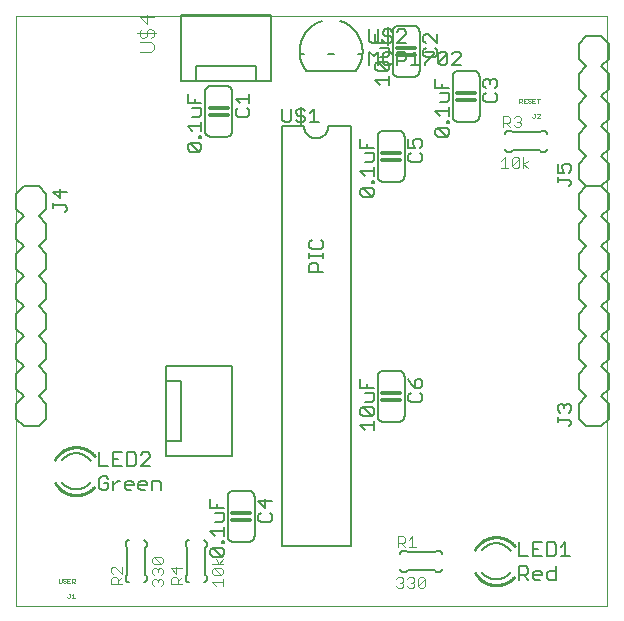
<source format=gto>
G75*
%MOIN*%
%OFA0B0*%
%FSLAX25Y25*%
%IPPOS*%
%LPD*%
%AMOC8*
5,1,8,0,0,1.08239X$1,22.5*
%
%ADD10C,0.00000*%
%ADD11C,0.00600*%
%ADD12C,0.01200*%
%ADD13C,0.00500*%
%ADD14C,0.00100*%
%ADD15C,0.00800*%
%ADD16C,0.01000*%
%ADD17C,0.00400*%
D10*
X0001800Y0001800D02*
X0001800Y0198650D01*
X0198650Y0198650D01*
X0198650Y0001800D01*
X0001800Y0001800D01*
D11*
X0038300Y0010800D02*
X0038300Y0011800D01*
X0038800Y0012300D01*
X0038800Y0021300D01*
X0038300Y0021800D01*
X0038300Y0022800D01*
X0038302Y0022860D01*
X0038307Y0022921D01*
X0038316Y0022980D01*
X0038329Y0023039D01*
X0038345Y0023098D01*
X0038365Y0023155D01*
X0038388Y0023210D01*
X0038415Y0023265D01*
X0038444Y0023317D01*
X0038477Y0023368D01*
X0038513Y0023417D01*
X0038551Y0023463D01*
X0038593Y0023507D01*
X0038637Y0023549D01*
X0038683Y0023587D01*
X0038732Y0023623D01*
X0038783Y0023656D01*
X0038835Y0023685D01*
X0038890Y0023712D01*
X0038945Y0023735D01*
X0039002Y0023755D01*
X0039061Y0023771D01*
X0039120Y0023784D01*
X0039179Y0023793D01*
X0039240Y0023798D01*
X0039300Y0023800D01*
X0044300Y0023800D02*
X0044360Y0023798D01*
X0044421Y0023793D01*
X0044480Y0023784D01*
X0044539Y0023771D01*
X0044598Y0023755D01*
X0044655Y0023735D01*
X0044710Y0023712D01*
X0044765Y0023685D01*
X0044817Y0023656D01*
X0044868Y0023623D01*
X0044917Y0023587D01*
X0044963Y0023549D01*
X0045007Y0023507D01*
X0045049Y0023463D01*
X0045087Y0023417D01*
X0045123Y0023368D01*
X0045156Y0023317D01*
X0045185Y0023265D01*
X0045212Y0023210D01*
X0045235Y0023155D01*
X0045255Y0023098D01*
X0045271Y0023039D01*
X0045284Y0022980D01*
X0045293Y0022921D01*
X0045298Y0022860D01*
X0045300Y0022800D01*
X0045300Y0021800D01*
X0044800Y0021300D01*
X0044800Y0012300D01*
X0045300Y0011800D01*
X0045300Y0010800D01*
X0045298Y0010740D01*
X0045293Y0010679D01*
X0045284Y0010620D01*
X0045271Y0010561D01*
X0045255Y0010502D01*
X0045235Y0010445D01*
X0045212Y0010390D01*
X0045185Y0010335D01*
X0045156Y0010283D01*
X0045123Y0010232D01*
X0045087Y0010183D01*
X0045049Y0010137D01*
X0045007Y0010093D01*
X0044963Y0010051D01*
X0044917Y0010013D01*
X0044868Y0009977D01*
X0044817Y0009944D01*
X0044765Y0009915D01*
X0044710Y0009888D01*
X0044655Y0009865D01*
X0044598Y0009845D01*
X0044539Y0009829D01*
X0044480Y0009816D01*
X0044421Y0009807D01*
X0044360Y0009802D01*
X0044300Y0009800D01*
X0039300Y0009800D02*
X0039240Y0009802D01*
X0039179Y0009807D01*
X0039120Y0009816D01*
X0039061Y0009829D01*
X0039002Y0009845D01*
X0038945Y0009865D01*
X0038890Y0009888D01*
X0038835Y0009915D01*
X0038783Y0009944D01*
X0038732Y0009977D01*
X0038683Y0010013D01*
X0038637Y0010051D01*
X0038593Y0010093D01*
X0038551Y0010137D01*
X0038513Y0010183D01*
X0038477Y0010232D01*
X0038444Y0010283D01*
X0038415Y0010335D01*
X0038388Y0010390D01*
X0038365Y0010445D01*
X0038345Y0010502D01*
X0038329Y0010561D01*
X0038316Y0010620D01*
X0038307Y0010679D01*
X0038302Y0010740D01*
X0038300Y0010800D01*
X0058300Y0010800D02*
X0058300Y0011800D01*
X0058800Y0012300D01*
X0058800Y0021300D01*
X0058300Y0021800D01*
X0058300Y0022800D01*
X0058302Y0022860D01*
X0058307Y0022921D01*
X0058316Y0022980D01*
X0058329Y0023039D01*
X0058345Y0023098D01*
X0058365Y0023155D01*
X0058388Y0023210D01*
X0058415Y0023265D01*
X0058444Y0023317D01*
X0058477Y0023368D01*
X0058513Y0023417D01*
X0058551Y0023463D01*
X0058593Y0023507D01*
X0058637Y0023549D01*
X0058683Y0023587D01*
X0058732Y0023623D01*
X0058783Y0023656D01*
X0058835Y0023685D01*
X0058890Y0023712D01*
X0058945Y0023735D01*
X0059002Y0023755D01*
X0059061Y0023771D01*
X0059120Y0023784D01*
X0059179Y0023793D01*
X0059240Y0023798D01*
X0059300Y0023800D01*
X0064300Y0023800D02*
X0064360Y0023798D01*
X0064421Y0023793D01*
X0064480Y0023784D01*
X0064539Y0023771D01*
X0064598Y0023755D01*
X0064655Y0023735D01*
X0064710Y0023712D01*
X0064765Y0023685D01*
X0064817Y0023656D01*
X0064868Y0023623D01*
X0064917Y0023587D01*
X0064963Y0023549D01*
X0065007Y0023507D01*
X0065049Y0023463D01*
X0065087Y0023417D01*
X0065123Y0023368D01*
X0065156Y0023317D01*
X0065185Y0023265D01*
X0065212Y0023210D01*
X0065235Y0023155D01*
X0065255Y0023098D01*
X0065271Y0023039D01*
X0065284Y0022980D01*
X0065293Y0022921D01*
X0065298Y0022860D01*
X0065300Y0022800D01*
X0065300Y0021800D01*
X0064800Y0021300D01*
X0064800Y0012300D01*
X0065300Y0011800D01*
X0065300Y0010800D01*
X0065298Y0010740D01*
X0065293Y0010679D01*
X0065284Y0010620D01*
X0065271Y0010561D01*
X0065255Y0010502D01*
X0065235Y0010445D01*
X0065212Y0010390D01*
X0065185Y0010335D01*
X0065156Y0010283D01*
X0065123Y0010232D01*
X0065087Y0010183D01*
X0065049Y0010137D01*
X0065007Y0010093D01*
X0064963Y0010051D01*
X0064917Y0010013D01*
X0064868Y0009977D01*
X0064817Y0009944D01*
X0064765Y0009915D01*
X0064710Y0009888D01*
X0064655Y0009865D01*
X0064598Y0009845D01*
X0064539Y0009829D01*
X0064480Y0009816D01*
X0064421Y0009807D01*
X0064360Y0009802D01*
X0064300Y0009800D01*
X0059300Y0009800D02*
X0059240Y0009802D01*
X0059179Y0009807D01*
X0059120Y0009816D01*
X0059061Y0009829D01*
X0059002Y0009845D01*
X0058945Y0009865D01*
X0058890Y0009888D01*
X0058835Y0009915D01*
X0058783Y0009944D01*
X0058732Y0009977D01*
X0058683Y0010013D01*
X0058637Y0010051D01*
X0058593Y0010093D01*
X0058551Y0010137D01*
X0058513Y0010183D01*
X0058477Y0010232D01*
X0058444Y0010283D01*
X0058415Y0010335D01*
X0058388Y0010390D01*
X0058365Y0010445D01*
X0058345Y0010502D01*
X0058329Y0010561D01*
X0058316Y0010620D01*
X0058307Y0010679D01*
X0058302Y0010740D01*
X0058300Y0010800D01*
X0072300Y0025300D02*
X0072300Y0038300D01*
X0072302Y0038387D01*
X0072308Y0038474D01*
X0072317Y0038561D01*
X0072330Y0038647D01*
X0072347Y0038733D01*
X0072368Y0038818D01*
X0072393Y0038901D01*
X0072421Y0038984D01*
X0072452Y0039065D01*
X0072487Y0039145D01*
X0072526Y0039223D01*
X0072568Y0039300D01*
X0072613Y0039375D01*
X0072662Y0039447D01*
X0072713Y0039518D01*
X0072768Y0039586D01*
X0072825Y0039651D01*
X0072886Y0039714D01*
X0072949Y0039775D01*
X0073014Y0039832D01*
X0073082Y0039887D01*
X0073153Y0039938D01*
X0073225Y0039987D01*
X0073300Y0040032D01*
X0073377Y0040074D01*
X0073455Y0040113D01*
X0073535Y0040148D01*
X0073616Y0040179D01*
X0073699Y0040207D01*
X0073782Y0040232D01*
X0073867Y0040253D01*
X0073953Y0040270D01*
X0074039Y0040283D01*
X0074126Y0040292D01*
X0074213Y0040298D01*
X0074300Y0040300D01*
X0079300Y0040300D01*
X0079387Y0040298D01*
X0079474Y0040292D01*
X0079561Y0040283D01*
X0079647Y0040270D01*
X0079733Y0040253D01*
X0079818Y0040232D01*
X0079901Y0040207D01*
X0079984Y0040179D01*
X0080065Y0040148D01*
X0080145Y0040113D01*
X0080223Y0040074D01*
X0080300Y0040032D01*
X0080375Y0039987D01*
X0080447Y0039938D01*
X0080518Y0039887D01*
X0080586Y0039832D01*
X0080651Y0039775D01*
X0080714Y0039714D01*
X0080775Y0039651D01*
X0080832Y0039586D01*
X0080887Y0039518D01*
X0080938Y0039447D01*
X0080987Y0039375D01*
X0081032Y0039300D01*
X0081074Y0039223D01*
X0081113Y0039145D01*
X0081148Y0039065D01*
X0081179Y0038984D01*
X0081207Y0038901D01*
X0081232Y0038818D01*
X0081253Y0038733D01*
X0081270Y0038647D01*
X0081283Y0038561D01*
X0081292Y0038474D01*
X0081298Y0038387D01*
X0081300Y0038300D01*
X0081300Y0025300D01*
X0081298Y0025213D01*
X0081292Y0025126D01*
X0081283Y0025039D01*
X0081270Y0024953D01*
X0081253Y0024867D01*
X0081232Y0024782D01*
X0081207Y0024699D01*
X0081179Y0024616D01*
X0081148Y0024535D01*
X0081113Y0024455D01*
X0081074Y0024377D01*
X0081032Y0024300D01*
X0080987Y0024225D01*
X0080938Y0024153D01*
X0080887Y0024082D01*
X0080832Y0024014D01*
X0080775Y0023949D01*
X0080714Y0023886D01*
X0080651Y0023825D01*
X0080586Y0023768D01*
X0080518Y0023713D01*
X0080447Y0023662D01*
X0080375Y0023613D01*
X0080300Y0023568D01*
X0080223Y0023526D01*
X0080145Y0023487D01*
X0080065Y0023452D01*
X0079984Y0023421D01*
X0079901Y0023393D01*
X0079818Y0023368D01*
X0079733Y0023347D01*
X0079647Y0023330D01*
X0079561Y0023317D01*
X0079474Y0023308D01*
X0079387Y0023302D01*
X0079300Y0023300D01*
X0074300Y0023300D01*
X0074213Y0023302D01*
X0074126Y0023308D01*
X0074039Y0023317D01*
X0073953Y0023330D01*
X0073867Y0023347D01*
X0073782Y0023368D01*
X0073699Y0023393D01*
X0073616Y0023421D01*
X0073535Y0023452D01*
X0073455Y0023487D01*
X0073377Y0023526D01*
X0073300Y0023568D01*
X0073225Y0023613D01*
X0073153Y0023662D01*
X0073082Y0023713D01*
X0073014Y0023768D01*
X0072949Y0023825D01*
X0072886Y0023886D01*
X0072825Y0023949D01*
X0072768Y0024014D01*
X0072713Y0024082D01*
X0072662Y0024153D01*
X0072613Y0024225D01*
X0072568Y0024300D01*
X0072526Y0024377D01*
X0072487Y0024455D01*
X0072452Y0024535D01*
X0072421Y0024616D01*
X0072393Y0024699D01*
X0072368Y0024782D01*
X0072347Y0024867D01*
X0072330Y0024953D01*
X0072317Y0025039D01*
X0072308Y0025126D01*
X0072302Y0025213D01*
X0072300Y0025300D01*
X0090300Y0021800D02*
X0113300Y0021800D01*
X0113300Y0161800D01*
X0105800Y0161800D01*
X0105798Y0161674D01*
X0105792Y0161549D01*
X0105782Y0161424D01*
X0105768Y0161299D01*
X0105751Y0161174D01*
X0105729Y0161050D01*
X0105704Y0160927D01*
X0105674Y0160805D01*
X0105641Y0160684D01*
X0105604Y0160564D01*
X0105564Y0160445D01*
X0105519Y0160328D01*
X0105471Y0160211D01*
X0105419Y0160097D01*
X0105364Y0159984D01*
X0105305Y0159873D01*
X0105243Y0159764D01*
X0105177Y0159657D01*
X0105108Y0159552D01*
X0105036Y0159449D01*
X0104961Y0159348D01*
X0104882Y0159250D01*
X0104800Y0159155D01*
X0104716Y0159062D01*
X0104628Y0158972D01*
X0104538Y0158884D01*
X0104445Y0158800D01*
X0104350Y0158718D01*
X0104252Y0158639D01*
X0104151Y0158564D01*
X0104048Y0158492D01*
X0103943Y0158423D01*
X0103836Y0158357D01*
X0103727Y0158295D01*
X0103616Y0158236D01*
X0103503Y0158181D01*
X0103389Y0158129D01*
X0103272Y0158081D01*
X0103155Y0158036D01*
X0103036Y0157996D01*
X0102916Y0157959D01*
X0102795Y0157926D01*
X0102673Y0157896D01*
X0102550Y0157871D01*
X0102426Y0157849D01*
X0102301Y0157832D01*
X0102176Y0157818D01*
X0102051Y0157808D01*
X0101926Y0157802D01*
X0101800Y0157800D01*
X0101674Y0157802D01*
X0101549Y0157808D01*
X0101424Y0157818D01*
X0101299Y0157832D01*
X0101174Y0157849D01*
X0101050Y0157871D01*
X0100927Y0157896D01*
X0100805Y0157926D01*
X0100684Y0157959D01*
X0100564Y0157996D01*
X0100445Y0158036D01*
X0100328Y0158081D01*
X0100211Y0158129D01*
X0100097Y0158181D01*
X0099984Y0158236D01*
X0099873Y0158295D01*
X0099764Y0158357D01*
X0099657Y0158423D01*
X0099552Y0158492D01*
X0099449Y0158564D01*
X0099348Y0158639D01*
X0099250Y0158718D01*
X0099155Y0158800D01*
X0099062Y0158884D01*
X0098972Y0158972D01*
X0098884Y0159062D01*
X0098800Y0159155D01*
X0098718Y0159250D01*
X0098639Y0159348D01*
X0098564Y0159449D01*
X0098492Y0159552D01*
X0098423Y0159657D01*
X0098357Y0159764D01*
X0098295Y0159873D01*
X0098236Y0159984D01*
X0098181Y0160097D01*
X0098129Y0160211D01*
X0098081Y0160328D01*
X0098036Y0160445D01*
X0097996Y0160564D01*
X0097959Y0160684D01*
X0097926Y0160805D01*
X0097896Y0160927D01*
X0097871Y0161050D01*
X0097849Y0161174D01*
X0097832Y0161299D01*
X0097818Y0161424D01*
X0097808Y0161549D01*
X0097802Y0161674D01*
X0097800Y0161800D01*
X0090300Y0161800D01*
X0090300Y0021800D01*
X0130800Y0020300D02*
X0131800Y0020300D01*
X0132300Y0019800D01*
X0141300Y0019800D01*
X0141800Y0020300D01*
X0142800Y0020300D01*
X0142860Y0020298D01*
X0142921Y0020293D01*
X0142980Y0020284D01*
X0143039Y0020271D01*
X0143098Y0020255D01*
X0143155Y0020235D01*
X0143210Y0020212D01*
X0143265Y0020185D01*
X0143317Y0020156D01*
X0143368Y0020123D01*
X0143417Y0020087D01*
X0143463Y0020049D01*
X0143507Y0020007D01*
X0143549Y0019963D01*
X0143587Y0019917D01*
X0143623Y0019868D01*
X0143656Y0019817D01*
X0143685Y0019765D01*
X0143712Y0019710D01*
X0143735Y0019655D01*
X0143755Y0019598D01*
X0143771Y0019539D01*
X0143784Y0019480D01*
X0143793Y0019421D01*
X0143798Y0019360D01*
X0143800Y0019300D01*
X0143800Y0014300D02*
X0143798Y0014240D01*
X0143793Y0014179D01*
X0143784Y0014120D01*
X0143771Y0014061D01*
X0143755Y0014002D01*
X0143735Y0013945D01*
X0143712Y0013890D01*
X0143685Y0013835D01*
X0143656Y0013783D01*
X0143623Y0013732D01*
X0143587Y0013683D01*
X0143549Y0013637D01*
X0143507Y0013593D01*
X0143463Y0013551D01*
X0143417Y0013513D01*
X0143368Y0013477D01*
X0143317Y0013444D01*
X0143265Y0013415D01*
X0143210Y0013388D01*
X0143155Y0013365D01*
X0143098Y0013345D01*
X0143039Y0013329D01*
X0142980Y0013316D01*
X0142921Y0013307D01*
X0142860Y0013302D01*
X0142800Y0013300D01*
X0141800Y0013300D01*
X0141300Y0013800D01*
X0132300Y0013800D01*
X0131800Y0013300D01*
X0130800Y0013300D01*
X0130740Y0013302D01*
X0130679Y0013307D01*
X0130620Y0013316D01*
X0130561Y0013329D01*
X0130502Y0013345D01*
X0130445Y0013365D01*
X0130390Y0013388D01*
X0130335Y0013415D01*
X0130283Y0013444D01*
X0130232Y0013477D01*
X0130183Y0013513D01*
X0130137Y0013551D01*
X0130093Y0013593D01*
X0130051Y0013637D01*
X0130013Y0013683D01*
X0129977Y0013732D01*
X0129944Y0013783D01*
X0129915Y0013835D01*
X0129888Y0013890D01*
X0129865Y0013945D01*
X0129845Y0014002D01*
X0129829Y0014061D01*
X0129816Y0014120D01*
X0129807Y0014179D01*
X0129802Y0014240D01*
X0129800Y0014300D01*
X0129800Y0019300D02*
X0129802Y0019360D01*
X0129807Y0019421D01*
X0129816Y0019480D01*
X0129829Y0019539D01*
X0129845Y0019598D01*
X0129865Y0019655D01*
X0129888Y0019710D01*
X0129915Y0019765D01*
X0129944Y0019817D01*
X0129977Y0019868D01*
X0130013Y0019917D01*
X0130051Y0019963D01*
X0130093Y0020007D01*
X0130137Y0020049D01*
X0130183Y0020087D01*
X0130232Y0020123D01*
X0130283Y0020156D01*
X0130335Y0020185D01*
X0130390Y0020212D01*
X0130445Y0020235D01*
X0130502Y0020255D01*
X0130561Y0020271D01*
X0130620Y0020284D01*
X0130679Y0020293D01*
X0130740Y0020298D01*
X0130800Y0020300D01*
X0161800Y0022800D02*
X0161954Y0022798D01*
X0162108Y0022792D01*
X0162262Y0022782D01*
X0162416Y0022768D01*
X0162569Y0022751D01*
X0162721Y0022729D01*
X0162873Y0022703D01*
X0163025Y0022674D01*
X0163175Y0022640D01*
X0163325Y0022603D01*
X0163473Y0022562D01*
X0163621Y0022517D01*
X0163767Y0022468D01*
X0163912Y0022416D01*
X0164055Y0022360D01*
X0164198Y0022300D01*
X0164338Y0022237D01*
X0164477Y0022170D01*
X0164614Y0022099D01*
X0164749Y0022025D01*
X0164882Y0021948D01*
X0165014Y0021867D01*
X0165143Y0021783D01*
X0165270Y0021695D01*
X0165394Y0021604D01*
X0165516Y0021511D01*
X0165636Y0021413D01*
X0165753Y0021313D01*
X0165868Y0021210D01*
X0165980Y0021104D01*
X0166089Y0020996D01*
X0166195Y0020884D01*
X0166299Y0020770D01*
X0166399Y0020653D01*
X0166497Y0020534D01*
X0166591Y0020412D01*
X0166682Y0020287D01*
X0161800Y0010800D02*
X0161648Y0010802D01*
X0161497Y0010808D01*
X0161346Y0010817D01*
X0161194Y0010831D01*
X0161044Y0010848D01*
X0160894Y0010869D01*
X0160744Y0010894D01*
X0160595Y0010922D01*
X0160447Y0010955D01*
X0160300Y0010991D01*
X0160153Y0011030D01*
X0160008Y0011074D01*
X0159864Y0011121D01*
X0159721Y0011172D01*
X0159580Y0011226D01*
X0159439Y0011284D01*
X0159301Y0011345D01*
X0159164Y0011410D01*
X0159028Y0011479D01*
X0158895Y0011550D01*
X0158763Y0011625D01*
X0158633Y0011704D01*
X0158506Y0011785D01*
X0158380Y0011870D01*
X0158256Y0011958D01*
X0158135Y0012049D01*
X0158016Y0012143D01*
X0157900Y0012241D01*
X0157786Y0012341D01*
X0157674Y0012443D01*
X0157566Y0012549D01*
X0157460Y0012657D01*
X0157356Y0012768D01*
X0157256Y0012882D01*
X0157158Y0012998D01*
X0157064Y0013117D01*
X0161800Y0010800D02*
X0161952Y0010802D01*
X0162103Y0010808D01*
X0162254Y0010817D01*
X0162406Y0010831D01*
X0162556Y0010848D01*
X0162706Y0010869D01*
X0162856Y0010894D01*
X0163005Y0010922D01*
X0163153Y0010955D01*
X0163300Y0010991D01*
X0163447Y0011030D01*
X0163592Y0011074D01*
X0163736Y0011121D01*
X0163879Y0011172D01*
X0164020Y0011226D01*
X0164161Y0011284D01*
X0164299Y0011345D01*
X0164436Y0011410D01*
X0164572Y0011479D01*
X0164705Y0011550D01*
X0164837Y0011625D01*
X0164967Y0011704D01*
X0165094Y0011785D01*
X0165220Y0011870D01*
X0165344Y0011958D01*
X0165465Y0012049D01*
X0165584Y0012143D01*
X0165700Y0012241D01*
X0165814Y0012341D01*
X0165926Y0012443D01*
X0166034Y0012549D01*
X0166140Y0012657D01*
X0166244Y0012768D01*
X0166344Y0012882D01*
X0166442Y0012998D01*
X0166536Y0013117D01*
X0161800Y0022800D02*
X0161650Y0022798D01*
X0161499Y0022792D01*
X0161349Y0022783D01*
X0161200Y0022770D01*
X0161050Y0022753D01*
X0160901Y0022732D01*
X0160753Y0022708D01*
X0160605Y0022680D01*
X0160458Y0022648D01*
X0160312Y0022613D01*
X0160167Y0022573D01*
X0160023Y0022531D01*
X0159880Y0022484D01*
X0159738Y0022434D01*
X0159597Y0022381D01*
X0159458Y0022324D01*
X0159320Y0022264D01*
X0159184Y0022200D01*
X0159050Y0022133D01*
X0158917Y0022062D01*
X0158786Y0021988D01*
X0158657Y0021911D01*
X0158530Y0021830D01*
X0158405Y0021747D01*
X0158282Y0021660D01*
X0158161Y0021571D01*
X0158043Y0021478D01*
X0157927Y0021382D01*
X0157813Y0021284D01*
X0157702Y0021183D01*
X0157593Y0021078D01*
X0157488Y0020972D01*
X0157384Y0020862D01*
X0157284Y0020750D01*
X0157186Y0020636D01*
X0157092Y0020519D01*
X0157000Y0020400D01*
X0129300Y0063300D02*
X0124300Y0063300D01*
X0124213Y0063302D01*
X0124126Y0063308D01*
X0124039Y0063317D01*
X0123953Y0063330D01*
X0123867Y0063347D01*
X0123782Y0063368D01*
X0123699Y0063393D01*
X0123616Y0063421D01*
X0123535Y0063452D01*
X0123455Y0063487D01*
X0123377Y0063526D01*
X0123300Y0063568D01*
X0123225Y0063613D01*
X0123153Y0063662D01*
X0123082Y0063713D01*
X0123014Y0063768D01*
X0122949Y0063825D01*
X0122886Y0063886D01*
X0122825Y0063949D01*
X0122768Y0064014D01*
X0122713Y0064082D01*
X0122662Y0064153D01*
X0122613Y0064225D01*
X0122568Y0064300D01*
X0122526Y0064377D01*
X0122487Y0064455D01*
X0122452Y0064535D01*
X0122421Y0064616D01*
X0122393Y0064699D01*
X0122368Y0064782D01*
X0122347Y0064867D01*
X0122330Y0064953D01*
X0122317Y0065039D01*
X0122308Y0065126D01*
X0122302Y0065213D01*
X0122300Y0065300D01*
X0122300Y0078300D01*
X0122302Y0078387D01*
X0122308Y0078474D01*
X0122317Y0078561D01*
X0122330Y0078647D01*
X0122347Y0078733D01*
X0122368Y0078818D01*
X0122393Y0078901D01*
X0122421Y0078984D01*
X0122452Y0079065D01*
X0122487Y0079145D01*
X0122526Y0079223D01*
X0122568Y0079300D01*
X0122613Y0079375D01*
X0122662Y0079447D01*
X0122713Y0079518D01*
X0122768Y0079586D01*
X0122825Y0079651D01*
X0122886Y0079714D01*
X0122949Y0079775D01*
X0123014Y0079832D01*
X0123082Y0079887D01*
X0123153Y0079938D01*
X0123225Y0079987D01*
X0123300Y0080032D01*
X0123377Y0080074D01*
X0123455Y0080113D01*
X0123535Y0080148D01*
X0123616Y0080179D01*
X0123699Y0080207D01*
X0123782Y0080232D01*
X0123867Y0080253D01*
X0123953Y0080270D01*
X0124039Y0080283D01*
X0124126Y0080292D01*
X0124213Y0080298D01*
X0124300Y0080300D01*
X0129300Y0080300D01*
X0129387Y0080298D01*
X0129474Y0080292D01*
X0129561Y0080283D01*
X0129647Y0080270D01*
X0129733Y0080253D01*
X0129818Y0080232D01*
X0129901Y0080207D01*
X0129984Y0080179D01*
X0130065Y0080148D01*
X0130145Y0080113D01*
X0130223Y0080074D01*
X0130300Y0080032D01*
X0130375Y0079987D01*
X0130447Y0079938D01*
X0130518Y0079887D01*
X0130586Y0079832D01*
X0130651Y0079775D01*
X0130714Y0079714D01*
X0130775Y0079651D01*
X0130832Y0079586D01*
X0130887Y0079518D01*
X0130938Y0079447D01*
X0130987Y0079375D01*
X0131032Y0079300D01*
X0131074Y0079223D01*
X0131113Y0079145D01*
X0131148Y0079065D01*
X0131179Y0078984D01*
X0131207Y0078901D01*
X0131232Y0078818D01*
X0131253Y0078733D01*
X0131270Y0078647D01*
X0131283Y0078561D01*
X0131292Y0078474D01*
X0131298Y0078387D01*
X0131300Y0078300D01*
X0131300Y0065300D01*
X0131298Y0065213D01*
X0131292Y0065126D01*
X0131283Y0065039D01*
X0131270Y0064953D01*
X0131253Y0064867D01*
X0131232Y0064782D01*
X0131207Y0064699D01*
X0131179Y0064616D01*
X0131148Y0064535D01*
X0131113Y0064455D01*
X0131074Y0064377D01*
X0131032Y0064300D01*
X0130987Y0064225D01*
X0130938Y0064153D01*
X0130887Y0064082D01*
X0130832Y0064014D01*
X0130775Y0063949D01*
X0130714Y0063886D01*
X0130651Y0063825D01*
X0130586Y0063768D01*
X0130518Y0063713D01*
X0130447Y0063662D01*
X0130375Y0063613D01*
X0130300Y0063568D01*
X0130223Y0063526D01*
X0130145Y0063487D01*
X0130065Y0063452D01*
X0129984Y0063421D01*
X0129901Y0063393D01*
X0129818Y0063368D01*
X0129733Y0063347D01*
X0129647Y0063330D01*
X0129561Y0063317D01*
X0129474Y0063308D01*
X0129387Y0063302D01*
X0129300Y0063300D01*
X0129300Y0143300D02*
X0124300Y0143300D01*
X0124213Y0143302D01*
X0124126Y0143308D01*
X0124039Y0143317D01*
X0123953Y0143330D01*
X0123867Y0143347D01*
X0123782Y0143368D01*
X0123699Y0143393D01*
X0123616Y0143421D01*
X0123535Y0143452D01*
X0123455Y0143487D01*
X0123377Y0143526D01*
X0123300Y0143568D01*
X0123225Y0143613D01*
X0123153Y0143662D01*
X0123082Y0143713D01*
X0123014Y0143768D01*
X0122949Y0143825D01*
X0122886Y0143886D01*
X0122825Y0143949D01*
X0122768Y0144014D01*
X0122713Y0144082D01*
X0122662Y0144153D01*
X0122613Y0144225D01*
X0122568Y0144300D01*
X0122526Y0144377D01*
X0122487Y0144455D01*
X0122452Y0144535D01*
X0122421Y0144616D01*
X0122393Y0144699D01*
X0122368Y0144782D01*
X0122347Y0144867D01*
X0122330Y0144953D01*
X0122317Y0145039D01*
X0122308Y0145126D01*
X0122302Y0145213D01*
X0122300Y0145300D01*
X0122300Y0158300D01*
X0122302Y0158387D01*
X0122308Y0158474D01*
X0122317Y0158561D01*
X0122330Y0158647D01*
X0122347Y0158733D01*
X0122368Y0158818D01*
X0122393Y0158901D01*
X0122421Y0158984D01*
X0122452Y0159065D01*
X0122487Y0159145D01*
X0122526Y0159223D01*
X0122568Y0159300D01*
X0122613Y0159375D01*
X0122662Y0159447D01*
X0122713Y0159518D01*
X0122768Y0159586D01*
X0122825Y0159651D01*
X0122886Y0159714D01*
X0122949Y0159775D01*
X0123014Y0159832D01*
X0123082Y0159887D01*
X0123153Y0159938D01*
X0123225Y0159987D01*
X0123300Y0160032D01*
X0123377Y0160074D01*
X0123455Y0160113D01*
X0123535Y0160148D01*
X0123616Y0160179D01*
X0123699Y0160207D01*
X0123782Y0160232D01*
X0123867Y0160253D01*
X0123953Y0160270D01*
X0124039Y0160283D01*
X0124126Y0160292D01*
X0124213Y0160298D01*
X0124300Y0160300D01*
X0129300Y0160300D01*
X0129387Y0160298D01*
X0129474Y0160292D01*
X0129561Y0160283D01*
X0129647Y0160270D01*
X0129733Y0160253D01*
X0129818Y0160232D01*
X0129901Y0160207D01*
X0129984Y0160179D01*
X0130065Y0160148D01*
X0130145Y0160113D01*
X0130223Y0160074D01*
X0130300Y0160032D01*
X0130375Y0159987D01*
X0130447Y0159938D01*
X0130518Y0159887D01*
X0130586Y0159832D01*
X0130651Y0159775D01*
X0130714Y0159714D01*
X0130775Y0159651D01*
X0130832Y0159586D01*
X0130887Y0159518D01*
X0130938Y0159447D01*
X0130987Y0159375D01*
X0131032Y0159300D01*
X0131074Y0159223D01*
X0131113Y0159145D01*
X0131148Y0159065D01*
X0131179Y0158984D01*
X0131207Y0158901D01*
X0131232Y0158818D01*
X0131253Y0158733D01*
X0131270Y0158647D01*
X0131283Y0158561D01*
X0131292Y0158474D01*
X0131298Y0158387D01*
X0131300Y0158300D01*
X0131300Y0145300D01*
X0131298Y0145213D01*
X0131292Y0145126D01*
X0131283Y0145039D01*
X0131270Y0144953D01*
X0131253Y0144867D01*
X0131232Y0144782D01*
X0131207Y0144699D01*
X0131179Y0144616D01*
X0131148Y0144535D01*
X0131113Y0144455D01*
X0131074Y0144377D01*
X0131032Y0144300D01*
X0130987Y0144225D01*
X0130938Y0144153D01*
X0130887Y0144082D01*
X0130832Y0144014D01*
X0130775Y0143949D01*
X0130714Y0143886D01*
X0130651Y0143825D01*
X0130586Y0143768D01*
X0130518Y0143713D01*
X0130447Y0143662D01*
X0130375Y0143613D01*
X0130300Y0143568D01*
X0130223Y0143526D01*
X0130145Y0143487D01*
X0130065Y0143452D01*
X0129984Y0143421D01*
X0129901Y0143393D01*
X0129818Y0143368D01*
X0129733Y0143347D01*
X0129647Y0143330D01*
X0129561Y0143317D01*
X0129474Y0143308D01*
X0129387Y0143302D01*
X0129300Y0143300D01*
X0149300Y0163300D02*
X0154300Y0163300D01*
X0154387Y0163302D01*
X0154474Y0163308D01*
X0154561Y0163317D01*
X0154647Y0163330D01*
X0154733Y0163347D01*
X0154818Y0163368D01*
X0154901Y0163393D01*
X0154984Y0163421D01*
X0155065Y0163452D01*
X0155145Y0163487D01*
X0155223Y0163526D01*
X0155300Y0163568D01*
X0155375Y0163613D01*
X0155447Y0163662D01*
X0155518Y0163713D01*
X0155586Y0163768D01*
X0155651Y0163825D01*
X0155714Y0163886D01*
X0155775Y0163949D01*
X0155832Y0164014D01*
X0155887Y0164082D01*
X0155938Y0164153D01*
X0155987Y0164225D01*
X0156032Y0164300D01*
X0156074Y0164377D01*
X0156113Y0164455D01*
X0156148Y0164535D01*
X0156179Y0164616D01*
X0156207Y0164699D01*
X0156232Y0164782D01*
X0156253Y0164867D01*
X0156270Y0164953D01*
X0156283Y0165039D01*
X0156292Y0165126D01*
X0156298Y0165213D01*
X0156300Y0165300D01*
X0156300Y0178300D01*
X0156298Y0178387D01*
X0156292Y0178474D01*
X0156283Y0178561D01*
X0156270Y0178647D01*
X0156253Y0178733D01*
X0156232Y0178818D01*
X0156207Y0178901D01*
X0156179Y0178984D01*
X0156148Y0179065D01*
X0156113Y0179145D01*
X0156074Y0179223D01*
X0156032Y0179300D01*
X0155987Y0179375D01*
X0155938Y0179447D01*
X0155887Y0179518D01*
X0155832Y0179586D01*
X0155775Y0179651D01*
X0155714Y0179714D01*
X0155651Y0179775D01*
X0155586Y0179832D01*
X0155518Y0179887D01*
X0155447Y0179938D01*
X0155375Y0179987D01*
X0155300Y0180032D01*
X0155223Y0180074D01*
X0155145Y0180113D01*
X0155065Y0180148D01*
X0154984Y0180179D01*
X0154901Y0180207D01*
X0154818Y0180232D01*
X0154733Y0180253D01*
X0154647Y0180270D01*
X0154561Y0180283D01*
X0154474Y0180292D01*
X0154387Y0180298D01*
X0154300Y0180300D01*
X0149300Y0180300D01*
X0149213Y0180298D01*
X0149126Y0180292D01*
X0149039Y0180283D01*
X0148953Y0180270D01*
X0148867Y0180253D01*
X0148782Y0180232D01*
X0148699Y0180207D01*
X0148616Y0180179D01*
X0148535Y0180148D01*
X0148455Y0180113D01*
X0148377Y0180074D01*
X0148300Y0180032D01*
X0148225Y0179987D01*
X0148153Y0179938D01*
X0148082Y0179887D01*
X0148014Y0179832D01*
X0147949Y0179775D01*
X0147886Y0179714D01*
X0147825Y0179651D01*
X0147768Y0179586D01*
X0147713Y0179518D01*
X0147662Y0179447D01*
X0147613Y0179375D01*
X0147568Y0179300D01*
X0147526Y0179223D01*
X0147487Y0179145D01*
X0147452Y0179065D01*
X0147421Y0178984D01*
X0147393Y0178901D01*
X0147368Y0178818D01*
X0147347Y0178733D01*
X0147330Y0178647D01*
X0147317Y0178561D01*
X0147308Y0178474D01*
X0147302Y0178387D01*
X0147300Y0178300D01*
X0147300Y0165300D01*
X0147302Y0165213D01*
X0147308Y0165126D01*
X0147317Y0165039D01*
X0147330Y0164953D01*
X0147347Y0164867D01*
X0147368Y0164782D01*
X0147393Y0164699D01*
X0147421Y0164616D01*
X0147452Y0164535D01*
X0147487Y0164455D01*
X0147526Y0164377D01*
X0147568Y0164300D01*
X0147613Y0164225D01*
X0147662Y0164153D01*
X0147713Y0164082D01*
X0147768Y0164014D01*
X0147825Y0163949D01*
X0147886Y0163886D01*
X0147949Y0163825D01*
X0148014Y0163768D01*
X0148082Y0163713D01*
X0148153Y0163662D01*
X0148225Y0163613D01*
X0148300Y0163568D01*
X0148377Y0163526D01*
X0148455Y0163487D01*
X0148535Y0163452D01*
X0148616Y0163421D01*
X0148699Y0163393D01*
X0148782Y0163368D01*
X0148867Y0163347D01*
X0148953Y0163330D01*
X0149039Y0163317D01*
X0149126Y0163308D01*
X0149213Y0163302D01*
X0149300Y0163300D01*
X0165800Y0160300D02*
X0166800Y0160300D01*
X0167300Y0159800D01*
X0176300Y0159800D01*
X0176800Y0160300D01*
X0177800Y0160300D01*
X0177860Y0160298D01*
X0177921Y0160293D01*
X0177980Y0160284D01*
X0178039Y0160271D01*
X0178098Y0160255D01*
X0178155Y0160235D01*
X0178210Y0160212D01*
X0178265Y0160185D01*
X0178317Y0160156D01*
X0178368Y0160123D01*
X0178417Y0160087D01*
X0178463Y0160049D01*
X0178507Y0160007D01*
X0178549Y0159963D01*
X0178587Y0159917D01*
X0178623Y0159868D01*
X0178656Y0159817D01*
X0178685Y0159765D01*
X0178712Y0159710D01*
X0178735Y0159655D01*
X0178755Y0159598D01*
X0178771Y0159539D01*
X0178784Y0159480D01*
X0178793Y0159421D01*
X0178798Y0159360D01*
X0178800Y0159300D01*
X0178800Y0154300D02*
X0178798Y0154240D01*
X0178793Y0154179D01*
X0178784Y0154120D01*
X0178771Y0154061D01*
X0178755Y0154002D01*
X0178735Y0153945D01*
X0178712Y0153890D01*
X0178685Y0153835D01*
X0178656Y0153783D01*
X0178623Y0153732D01*
X0178587Y0153683D01*
X0178549Y0153637D01*
X0178507Y0153593D01*
X0178463Y0153551D01*
X0178417Y0153513D01*
X0178368Y0153477D01*
X0178317Y0153444D01*
X0178265Y0153415D01*
X0178210Y0153388D01*
X0178155Y0153365D01*
X0178098Y0153345D01*
X0178039Y0153329D01*
X0177980Y0153316D01*
X0177921Y0153307D01*
X0177860Y0153302D01*
X0177800Y0153300D01*
X0176800Y0153300D01*
X0176300Y0153800D01*
X0167300Y0153800D01*
X0166800Y0153300D01*
X0165800Y0153300D01*
X0165740Y0153302D01*
X0165679Y0153307D01*
X0165620Y0153316D01*
X0165561Y0153329D01*
X0165502Y0153345D01*
X0165445Y0153365D01*
X0165390Y0153388D01*
X0165335Y0153415D01*
X0165283Y0153444D01*
X0165232Y0153477D01*
X0165183Y0153513D01*
X0165137Y0153551D01*
X0165093Y0153593D01*
X0165051Y0153637D01*
X0165013Y0153683D01*
X0164977Y0153732D01*
X0164944Y0153783D01*
X0164915Y0153835D01*
X0164888Y0153890D01*
X0164865Y0153945D01*
X0164845Y0154002D01*
X0164829Y0154061D01*
X0164816Y0154120D01*
X0164807Y0154179D01*
X0164802Y0154240D01*
X0164800Y0154300D01*
X0164800Y0159300D02*
X0164802Y0159360D01*
X0164807Y0159421D01*
X0164816Y0159480D01*
X0164829Y0159539D01*
X0164845Y0159598D01*
X0164865Y0159655D01*
X0164888Y0159710D01*
X0164915Y0159765D01*
X0164944Y0159817D01*
X0164977Y0159868D01*
X0165013Y0159917D01*
X0165051Y0159963D01*
X0165093Y0160007D01*
X0165137Y0160049D01*
X0165183Y0160087D01*
X0165232Y0160123D01*
X0165283Y0160156D01*
X0165335Y0160185D01*
X0165390Y0160212D01*
X0165445Y0160235D01*
X0165502Y0160255D01*
X0165561Y0160271D01*
X0165620Y0160284D01*
X0165679Y0160293D01*
X0165740Y0160298D01*
X0165800Y0160300D01*
X0136300Y0180300D02*
X0136300Y0193300D01*
X0136298Y0193387D01*
X0136292Y0193474D01*
X0136283Y0193561D01*
X0136270Y0193647D01*
X0136253Y0193733D01*
X0136232Y0193818D01*
X0136207Y0193901D01*
X0136179Y0193984D01*
X0136148Y0194065D01*
X0136113Y0194145D01*
X0136074Y0194223D01*
X0136032Y0194300D01*
X0135987Y0194375D01*
X0135938Y0194447D01*
X0135887Y0194518D01*
X0135832Y0194586D01*
X0135775Y0194651D01*
X0135714Y0194714D01*
X0135651Y0194775D01*
X0135586Y0194832D01*
X0135518Y0194887D01*
X0135447Y0194938D01*
X0135375Y0194987D01*
X0135300Y0195032D01*
X0135223Y0195074D01*
X0135145Y0195113D01*
X0135065Y0195148D01*
X0134984Y0195179D01*
X0134901Y0195207D01*
X0134818Y0195232D01*
X0134733Y0195253D01*
X0134647Y0195270D01*
X0134561Y0195283D01*
X0134474Y0195292D01*
X0134387Y0195298D01*
X0134300Y0195300D01*
X0129300Y0195300D01*
X0129213Y0195298D01*
X0129126Y0195292D01*
X0129039Y0195283D01*
X0128953Y0195270D01*
X0128867Y0195253D01*
X0128782Y0195232D01*
X0128699Y0195207D01*
X0128616Y0195179D01*
X0128535Y0195148D01*
X0128455Y0195113D01*
X0128377Y0195074D01*
X0128300Y0195032D01*
X0128225Y0194987D01*
X0128153Y0194938D01*
X0128082Y0194887D01*
X0128014Y0194832D01*
X0127949Y0194775D01*
X0127886Y0194714D01*
X0127825Y0194651D01*
X0127768Y0194586D01*
X0127713Y0194518D01*
X0127662Y0194447D01*
X0127613Y0194375D01*
X0127568Y0194300D01*
X0127526Y0194223D01*
X0127487Y0194145D01*
X0127452Y0194065D01*
X0127421Y0193984D01*
X0127393Y0193901D01*
X0127368Y0193818D01*
X0127347Y0193733D01*
X0127330Y0193647D01*
X0127317Y0193561D01*
X0127308Y0193474D01*
X0127302Y0193387D01*
X0127300Y0193300D01*
X0127300Y0180300D01*
X0127302Y0180213D01*
X0127308Y0180126D01*
X0127317Y0180039D01*
X0127330Y0179953D01*
X0127347Y0179867D01*
X0127368Y0179782D01*
X0127393Y0179699D01*
X0127421Y0179616D01*
X0127452Y0179535D01*
X0127487Y0179455D01*
X0127526Y0179377D01*
X0127568Y0179300D01*
X0127613Y0179225D01*
X0127662Y0179153D01*
X0127713Y0179082D01*
X0127768Y0179014D01*
X0127825Y0178949D01*
X0127886Y0178886D01*
X0127949Y0178825D01*
X0128014Y0178768D01*
X0128082Y0178713D01*
X0128153Y0178662D01*
X0128225Y0178613D01*
X0128300Y0178568D01*
X0128377Y0178526D01*
X0128455Y0178487D01*
X0128535Y0178452D01*
X0128616Y0178421D01*
X0128699Y0178393D01*
X0128782Y0178368D01*
X0128867Y0178347D01*
X0128953Y0178330D01*
X0129039Y0178317D01*
X0129126Y0178308D01*
X0129213Y0178302D01*
X0129300Y0178300D01*
X0134300Y0178300D01*
X0134387Y0178302D01*
X0134474Y0178308D01*
X0134561Y0178317D01*
X0134647Y0178330D01*
X0134733Y0178347D01*
X0134818Y0178368D01*
X0134901Y0178393D01*
X0134984Y0178421D01*
X0135065Y0178452D01*
X0135145Y0178487D01*
X0135223Y0178526D01*
X0135300Y0178568D01*
X0135375Y0178613D01*
X0135447Y0178662D01*
X0135518Y0178713D01*
X0135586Y0178768D01*
X0135651Y0178825D01*
X0135714Y0178886D01*
X0135775Y0178949D01*
X0135832Y0179014D01*
X0135887Y0179082D01*
X0135938Y0179153D01*
X0135987Y0179225D01*
X0136032Y0179300D01*
X0136074Y0179377D01*
X0136113Y0179455D01*
X0136148Y0179535D01*
X0136179Y0179616D01*
X0136207Y0179699D01*
X0136232Y0179782D01*
X0136253Y0179867D01*
X0136270Y0179953D01*
X0136283Y0180039D01*
X0136292Y0180126D01*
X0136298Y0180213D01*
X0136300Y0180300D01*
X0073800Y0173300D02*
X0073800Y0160300D01*
X0073798Y0160213D01*
X0073792Y0160126D01*
X0073783Y0160039D01*
X0073770Y0159953D01*
X0073753Y0159867D01*
X0073732Y0159782D01*
X0073707Y0159699D01*
X0073679Y0159616D01*
X0073648Y0159535D01*
X0073613Y0159455D01*
X0073574Y0159377D01*
X0073532Y0159300D01*
X0073487Y0159225D01*
X0073438Y0159153D01*
X0073387Y0159082D01*
X0073332Y0159014D01*
X0073275Y0158949D01*
X0073214Y0158886D01*
X0073151Y0158825D01*
X0073086Y0158768D01*
X0073018Y0158713D01*
X0072947Y0158662D01*
X0072875Y0158613D01*
X0072800Y0158568D01*
X0072723Y0158526D01*
X0072645Y0158487D01*
X0072565Y0158452D01*
X0072484Y0158421D01*
X0072401Y0158393D01*
X0072318Y0158368D01*
X0072233Y0158347D01*
X0072147Y0158330D01*
X0072061Y0158317D01*
X0071974Y0158308D01*
X0071887Y0158302D01*
X0071800Y0158300D01*
X0066800Y0158300D01*
X0066713Y0158302D01*
X0066626Y0158308D01*
X0066539Y0158317D01*
X0066453Y0158330D01*
X0066367Y0158347D01*
X0066282Y0158368D01*
X0066199Y0158393D01*
X0066116Y0158421D01*
X0066035Y0158452D01*
X0065955Y0158487D01*
X0065877Y0158526D01*
X0065800Y0158568D01*
X0065725Y0158613D01*
X0065653Y0158662D01*
X0065582Y0158713D01*
X0065514Y0158768D01*
X0065449Y0158825D01*
X0065386Y0158886D01*
X0065325Y0158949D01*
X0065268Y0159014D01*
X0065213Y0159082D01*
X0065162Y0159153D01*
X0065113Y0159225D01*
X0065068Y0159300D01*
X0065026Y0159377D01*
X0064987Y0159455D01*
X0064952Y0159535D01*
X0064921Y0159616D01*
X0064893Y0159699D01*
X0064868Y0159782D01*
X0064847Y0159867D01*
X0064830Y0159953D01*
X0064817Y0160039D01*
X0064808Y0160126D01*
X0064802Y0160213D01*
X0064800Y0160300D01*
X0064800Y0173300D01*
X0064802Y0173387D01*
X0064808Y0173474D01*
X0064817Y0173561D01*
X0064830Y0173647D01*
X0064847Y0173733D01*
X0064868Y0173818D01*
X0064893Y0173901D01*
X0064921Y0173984D01*
X0064952Y0174065D01*
X0064987Y0174145D01*
X0065026Y0174223D01*
X0065068Y0174300D01*
X0065113Y0174375D01*
X0065162Y0174447D01*
X0065213Y0174518D01*
X0065268Y0174586D01*
X0065325Y0174651D01*
X0065386Y0174714D01*
X0065449Y0174775D01*
X0065514Y0174832D01*
X0065582Y0174887D01*
X0065653Y0174938D01*
X0065725Y0174987D01*
X0065800Y0175032D01*
X0065877Y0175074D01*
X0065955Y0175113D01*
X0066035Y0175148D01*
X0066116Y0175179D01*
X0066199Y0175207D01*
X0066282Y0175232D01*
X0066367Y0175253D01*
X0066453Y0175270D01*
X0066539Y0175283D01*
X0066626Y0175292D01*
X0066713Y0175298D01*
X0066800Y0175300D01*
X0071800Y0175300D01*
X0071887Y0175298D01*
X0071974Y0175292D01*
X0072061Y0175283D01*
X0072147Y0175270D01*
X0072233Y0175253D01*
X0072318Y0175232D01*
X0072401Y0175207D01*
X0072484Y0175179D01*
X0072565Y0175148D01*
X0072645Y0175113D01*
X0072723Y0175074D01*
X0072800Y0175032D01*
X0072875Y0174987D01*
X0072947Y0174938D01*
X0073018Y0174887D01*
X0073086Y0174832D01*
X0073151Y0174775D01*
X0073214Y0174714D01*
X0073275Y0174651D01*
X0073332Y0174586D01*
X0073387Y0174518D01*
X0073438Y0174447D01*
X0073487Y0174375D01*
X0073532Y0174300D01*
X0073574Y0174223D01*
X0073613Y0174145D01*
X0073648Y0174065D01*
X0073679Y0173984D01*
X0073707Y0173901D01*
X0073732Y0173818D01*
X0073753Y0173733D01*
X0073770Y0173647D01*
X0073783Y0173561D01*
X0073792Y0173474D01*
X0073798Y0173387D01*
X0073800Y0173300D01*
X0017064Y0043117D02*
X0017158Y0042998D01*
X0017256Y0042882D01*
X0017356Y0042768D01*
X0017460Y0042657D01*
X0017566Y0042549D01*
X0017674Y0042443D01*
X0017786Y0042341D01*
X0017900Y0042241D01*
X0018016Y0042143D01*
X0018135Y0042049D01*
X0018256Y0041958D01*
X0018380Y0041870D01*
X0018506Y0041785D01*
X0018633Y0041704D01*
X0018763Y0041625D01*
X0018895Y0041550D01*
X0019028Y0041479D01*
X0019164Y0041410D01*
X0019301Y0041345D01*
X0019439Y0041284D01*
X0019580Y0041226D01*
X0019721Y0041172D01*
X0019864Y0041121D01*
X0020008Y0041074D01*
X0020153Y0041030D01*
X0020300Y0040991D01*
X0020447Y0040955D01*
X0020595Y0040922D01*
X0020744Y0040894D01*
X0020894Y0040869D01*
X0021044Y0040848D01*
X0021194Y0040831D01*
X0021346Y0040817D01*
X0021497Y0040808D01*
X0021648Y0040802D01*
X0021800Y0040800D01*
X0017000Y0050400D02*
X0017092Y0050519D01*
X0017186Y0050636D01*
X0017284Y0050750D01*
X0017384Y0050862D01*
X0017488Y0050972D01*
X0017593Y0051078D01*
X0017702Y0051183D01*
X0017813Y0051284D01*
X0017927Y0051382D01*
X0018043Y0051478D01*
X0018161Y0051571D01*
X0018282Y0051660D01*
X0018405Y0051747D01*
X0018530Y0051830D01*
X0018657Y0051911D01*
X0018786Y0051988D01*
X0018917Y0052062D01*
X0019050Y0052133D01*
X0019184Y0052200D01*
X0019320Y0052264D01*
X0019458Y0052324D01*
X0019597Y0052381D01*
X0019738Y0052434D01*
X0019880Y0052484D01*
X0020023Y0052531D01*
X0020167Y0052573D01*
X0020312Y0052613D01*
X0020458Y0052648D01*
X0020605Y0052680D01*
X0020753Y0052708D01*
X0020901Y0052732D01*
X0021050Y0052753D01*
X0021200Y0052770D01*
X0021349Y0052783D01*
X0021499Y0052792D01*
X0021650Y0052798D01*
X0021800Y0052800D01*
X0026536Y0043117D02*
X0026442Y0042998D01*
X0026344Y0042882D01*
X0026244Y0042768D01*
X0026140Y0042657D01*
X0026034Y0042549D01*
X0025926Y0042443D01*
X0025814Y0042341D01*
X0025700Y0042241D01*
X0025584Y0042143D01*
X0025465Y0042049D01*
X0025344Y0041958D01*
X0025220Y0041870D01*
X0025094Y0041785D01*
X0024967Y0041704D01*
X0024837Y0041625D01*
X0024705Y0041550D01*
X0024572Y0041479D01*
X0024436Y0041410D01*
X0024299Y0041345D01*
X0024161Y0041284D01*
X0024020Y0041226D01*
X0023879Y0041172D01*
X0023736Y0041121D01*
X0023592Y0041074D01*
X0023447Y0041030D01*
X0023300Y0040991D01*
X0023153Y0040955D01*
X0023005Y0040922D01*
X0022856Y0040894D01*
X0022706Y0040869D01*
X0022556Y0040848D01*
X0022406Y0040831D01*
X0022254Y0040817D01*
X0022103Y0040808D01*
X0021952Y0040802D01*
X0021800Y0040800D01*
X0026682Y0050287D02*
X0026591Y0050412D01*
X0026497Y0050534D01*
X0026399Y0050653D01*
X0026299Y0050770D01*
X0026195Y0050884D01*
X0026089Y0050996D01*
X0025980Y0051104D01*
X0025868Y0051210D01*
X0025753Y0051313D01*
X0025636Y0051413D01*
X0025516Y0051511D01*
X0025394Y0051604D01*
X0025270Y0051695D01*
X0025143Y0051783D01*
X0025014Y0051867D01*
X0024882Y0051948D01*
X0024749Y0052025D01*
X0024614Y0052099D01*
X0024477Y0052170D01*
X0024338Y0052237D01*
X0024198Y0052300D01*
X0024055Y0052360D01*
X0023912Y0052416D01*
X0023767Y0052468D01*
X0023621Y0052517D01*
X0023473Y0052562D01*
X0023325Y0052603D01*
X0023175Y0052640D01*
X0023025Y0052674D01*
X0022873Y0052703D01*
X0022721Y0052729D01*
X0022569Y0052751D01*
X0022416Y0052768D01*
X0022262Y0052782D01*
X0022108Y0052792D01*
X0021954Y0052798D01*
X0021800Y0052800D01*
D12*
X0073800Y0033000D02*
X0079800Y0033000D01*
X0079800Y0030500D02*
X0073800Y0030500D01*
X0123800Y0070500D02*
X0129800Y0070500D01*
X0129800Y0073000D02*
X0123800Y0073000D01*
X0123800Y0150500D02*
X0129800Y0150500D01*
X0129800Y0153000D02*
X0123800Y0153000D01*
X0148800Y0170500D02*
X0154800Y0170500D01*
X0154800Y0173000D02*
X0148800Y0173000D01*
X0134800Y0185500D02*
X0128800Y0185500D01*
X0128800Y0188000D02*
X0134800Y0188000D01*
X0072300Y0168000D02*
X0066300Y0168000D01*
X0066300Y0165500D02*
X0072300Y0165500D01*
D13*
X0075046Y0165593D02*
X0075046Y0167094D01*
X0075797Y0167845D01*
X0076547Y0169446D02*
X0075046Y0170947D01*
X0079550Y0170947D01*
X0079550Y0169446D02*
X0079550Y0172449D01*
X0078799Y0167845D02*
X0079550Y0167094D01*
X0079550Y0165593D01*
X0078799Y0164842D01*
X0075797Y0164842D01*
X0075046Y0165593D01*
X0063550Y0165593D02*
X0063550Y0167845D01*
X0060547Y0167845D01*
X0061298Y0169446D02*
X0061298Y0170947D01*
X0059046Y0169446D02*
X0059046Y0172449D01*
X0059046Y0169446D02*
X0063550Y0169446D01*
X0063550Y0165593D02*
X0062799Y0164842D01*
X0060547Y0164842D01*
X0063550Y0163241D02*
X0063550Y0160238D01*
X0063550Y0161739D02*
X0059046Y0161739D01*
X0060547Y0160238D01*
X0062799Y0158687D02*
X0062799Y0157936D01*
X0063550Y0157936D01*
X0063550Y0158687D01*
X0062799Y0158687D01*
X0062799Y0156335D02*
X0063550Y0155584D01*
X0063550Y0154083D01*
X0062799Y0153332D01*
X0059797Y0156335D01*
X0062799Y0156335D01*
X0059797Y0156335D02*
X0059046Y0155584D01*
X0059046Y0154083D01*
X0059797Y0153332D01*
X0062799Y0153332D01*
X0061800Y0176800D02*
X0056800Y0176800D01*
X0056800Y0198800D01*
X0086800Y0198800D01*
X0086800Y0176800D01*
X0081800Y0176800D01*
X0081800Y0181800D01*
X0061800Y0181800D01*
X0061800Y0176800D01*
X0081800Y0176800D01*
X0090550Y0167554D02*
X0090550Y0163801D01*
X0091301Y0163050D01*
X0092802Y0163050D01*
X0093553Y0163801D01*
X0093553Y0167554D01*
X0095154Y0166803D02*
X0095154Y0166053D01*
X0095905Y0165302D01*
X0097406Y0165302D01*
X0098156Y0164551D01*
X0098156Y0163801D01*
X0097406Y0163050D01*
X0095905Y0163050D01*
X0095154Y0163801D01*
X0096655Y0162299D02*
X0096655Y0168304D01*
X0095905Y0167554D02*
X0097406Y0167554D01*
X0098156Y0166803D01*
X0099758Y0166053D02*
X0101259Y0167554D01*
X0101259Y0163050D01*
X0099758Y0163050D02*
X0102760Y0163050D01*
X0095905Y0167554D02*
X0095154Y0166803D01*
X0098554Y0180300D02*
X0115046Y0180300D01*
X0119550Y0182050D02*
X0119550Y0186554D01*
X0121051Y0185053D01*
X0122553Y0186554D01*
X0122553Y0182050D01*
X0121546Y0182490D02*
X0122297Y0183241D01*
X0125299Y0180238D01*
X0126050Y0180989D01*
X0126050Y0182490D01*
X0125299Y0183241D01*
X0122297Y0183241D01*
X0121546Y0182490D02*
X0121546Y0180989D01*
X0122297Y0180238D01*
X0125299Y0180238D01*
X0126050Y0178637D02*
X0126050Y0175634D01*
X0126050Y0177136D02*
X0121546Y0177136D01*
X0123047Y0175634D01*
X0124905Y0182050D02*
X0126406Y0182050D01*
X0127156Y0182801D01*
X0128758Y0183551D02*
X0131010Y0183551D01*
X0131760Y0184302D01*
X0131760Y0185803D01*
X0131010Y0186554D01*
X0128758Y0186554D01*
X0128758Y0182050D01*
X0124905Y0182050D02*
X0124154Y0182801D01*
X0124154Y0185803D01*
X0124905Y0186554D01*
X0126406Y0186554D01*
X0127156Y0185803D01*
X0126050Y0185593D02*
X0126050Y0187845D01*
X0123047Y0187845D01*
X0123798Y0189446D02*
X0123798Y0190947D01*
X0124154Y0190301D02*
X0124905Y0189550D01*
X0126406Y0189550D01*
X0127156Y0190301D01*
X0127156Y0191051D01*
X0126406Y0191802D01*
X0124905Y0191802D01*
X0124154Y0192553D01*
X0124154Y0193303D01*
X0124905Y0194054D01*
X0126406Y0194054D01*
X0127156Y0193303D01*
X0128758Y0193303D02*
X0129508Y0194054D01*
X0131010Y0194054D01*
X0131760Y0193303D01*
X0131760Y0192553D01*
X0128758Y0189550D01*
X0131760Y0189550D01*
X0134863Y0186554D02*
X0133362Y0185053D01*
X0134863Y0186554D02*
X0134863Y0182050D01*
X0133362Y0182050D02*
X0136364Y0182050D01*
X0137966Y0182050D02*
X0137966Y0182801D01*
X0140968Y0185803D01*
X0140968Y0186554D01*
X0137966Y0186554D01*
X0137546Y0187094D02*
X0137546Y0185593D01*
X0138297Y0184842D01*
X0141299Y0184842D01*
X0142050Y0185593D01*
X0142050Y0187094D01*
X0141299Y0187845D01*
X0142050Y0189446D02*
X0139047Y0192449D01*
X0138297Y0192449D01*
X0137546Y0191698D01*
X0137546Y0190197D01*
X0138297Y0189446D01*
X0138297Y0187845D02*
X0137546Y0187094D01*
X0142050Y0189446D02*
X0142050Y0192449D01*
X0143320Y0186554D02*
X0144822Y0186554D01*
X0145572Y0185803D01*
X0142570Y0182801D01*
X0143320Y0182050D01*
X0144822Y0182050D01*
X0145572Y0182801D01*
X0145572Y0185803D01*
X0147174Y0185803D02*
X0147924Y0186554D01*
X0149425Y0186554D01*
X0150176Y0185803D01*
X0150176Y0185053D01*
X0147174Y0182050D01*
X0150176Y0182050D01*
X0142570Y0182801D02*
X0142570Y0185803D01*
X0143320Y0186554D01*
X0141546Y0177449D02*
X0141546Y0174446D01*
X0146050Y0174446D01*
X0146050Y0172845D02*
X0143047Y0172845D01*
X0143798Y0174446D02*
X0143798Y0175947D01*
X0146050Y0172845D02*
X0146050Y0170593D01*
X0145299Y0169842D01*
X0143047Y0169842D01*
X0146050Y0168241D02*
X0146050Y0165238D01*
X0146050Y0166739D02*
X0141546Y0166739D01*
X0143047Y0165238D01*
X0145299Y0163687D02*
X0146050Y0163687D01*
X0146050Y0162936D01*
X0145299Y0162936D01*
X0145299Y0163687D01*
X0145299Y0161335D02*
X0146050Y0160584D01*
X0146050Y0159083D01*
X0145299Y0158332D01*
X0142297Y0161335D01*
X0145299Y0161335D01*
X0145299Y0158332D02*
X0142297Y0158332D01*
X0141546Y0159083D01*
X0141546Y0160584D01*
X0142297Y0161335D01*
X0137050Y0156698D02*
X0137050Y0155197D01*
X0136299Y0154446D01*
X0134798Y0154446D02*
X0134047Y0155947D01*
X0134047Y0156698D01*
X0134798Y0157449D01*
X0136299Y0157449D01*
X0137050Y0156698D01*
X0134798Y0154446D02*
X0132546Y0154446D01*
X0132546Y0157449D01*
X0133297Y0152845D02*
X0132546Y0152094D01*
X0132546Y0150593D01*
X0133297Y0149842D01*
X0136299Y0149842D01*
X0137050Y0150593D01*
X0137050Y0152094D01*
X0136299Y0152845D01*
X0121050Y0152845D02*
X0121050Y0150593D01*
X0120299Y0149842D01*
X0118047Y0149842D01*
X0116546Y0146739D02*
X0121050Y0146739D01*
X0121050Y0145238D02*
X0121050Y0148241D01*
X0118047Y0145238D02*
X0116546Y0146739D01*
X0120299Y0143687D02*
X0121050Y0143687D01*
X0121050Y0142936D01*
X0120299Y0142936D01*
X0120299Y0143687D01*
X0120299Y0141335D02*
X0117297Y0141335D01*
X0120299Y0138332D01*
X0121050Y0139083D01*
X0121050Y0140584D01*
X0120299Y0141335D01*
X0117297Y0141335D02*
X0116546Y0140584D01*
X0116546Y0139083D01*
X0117297Y0138332D01*
X0120299Y0138332D01*
X0121050Y0152845D02*
X0118047Y0152845D01*
X0118798Y0154446D02*
X0118798Y0155947D01*
X0116546Y0154446D02*
X0116546Y0157449D01*
X0116546Y0154446D02*
X0121050Y0154446D01*
X0123047Y0184842D02*
X0125299Y0184842D01*
X0126050Y0185593D01*
X0125655Y0188799D02*
X0125655Y0194804D01*
X0122553Y0194054D02*
X0122553Y0190301D01*
X0121802Y0189550D01*
X0120301Y0189550D01*
X0119550Y0190301D01*
X0119550Y0194054D01*
X0121546Y0192449D02*
X0121546Y0189446D01*
X0126050Y0189446D01*
X0117252Y0185800D02*
X0115673Y0185800D01*
X0107927Y0185800D02*
X0105673Y0185800D01*
X0098554Y0180300D02*
X0098401Y0180499D01*
X0098253Y0180701D01*
X0098110Y0180906D01*
X0097972Y0181115D01*
X0097839Y0181327D01*
X0097711Y0181542D01*
X0097589Y0181760D01*
X0097471Y0181981D01*
X0097359Y0182205D01*
X0097252Y0182431D01*
X0097151Y0182660D01*
X0097055Y0182891D01*
X0096964Y0183125D01*
X0096879Y0183360D01*
X0096800Y0183598D01*
X0096727Y0183837D01*
X0096659Y0184078D01*
X0096597Y0184320D01*
X0096541Y0184564D01*
X0096490Y0184810D01*
X0096446Y0185056D01*
X0096407Y0185303D01*
X0096375Y0185551D01*
X0096348Y0185800D01*
X0097927Y0185800D01*
X0109896Y0196833D02*
X0110138Y0196755D01*
X0110378Y0196671D01*
X0110616Y0196582D01*
X0110852Y0196486D01*
X0111086Y0196385D01*
X0111317Y0196279D01*
X0111545Y0196166D01*
X0111771Y0196049D01*
X0111994Y0195926D01*
X0112213Y0195797D01*
X0112430Y0195663D01*
X0112643Y0195524D01*
X0112853Y0195380D01*
X0113059Y0195231D01*
X0113261Y0195077D01*
X0113460Y0194918D01*
X0113655Y0194754D01*
X0113846Y0194585D01*
X0114032Y0194412D01*
X0114215Y0194235D01*
X0114393Y0194053D01*
X0114566Y0193867D01*
X0114735Y0193676D01*
X0114899Y0193482D01*
X0115059Y0193284D01*
X0115214Y0193082D01*
X0115363Y0192876D01*
X0115508Y0192667D01*
X0115648Y0192454D01*
X0115782Y0192238D01*
X0115911Y0192018D01*
X0116035Y0191796D01*
X0116154Y0191571D01*
X0116266Y0191343D01*
X0116374Y0191112D01*
X0116475Y0190879D01*
X0116571Y0190643D01*
X0116662Y0190405D01*
X0116746Y0190165D01*
X0116825Y0189923D01*
X0116898Y0189679D01*
X0116964Y0189433D01*
X0117025Y0189186D01*
X0117080Y0188938D01*
X0117129Y0188688D01*
X0117172Y0188437D01*
X0117208Y0188185D01*
X0117239Y0187933D01*
X0117263Y0187679D01*
X0117281Y0187426D01*
X0117293Y0187171D01*
X0117299Y0186917D01*
X0117299Y0186662D01*
X0117293Y0186408D01*
X0117280Y0186154D01*
X0117261Y0185900D01*
X0117236Y0185647D01*
X0117205Y0185394D01*
X0117168Y0185142D01*
X0117125Y0184892D01*
X0117076Y0184642D01*
X0117021Y0184393D01*
X0116959Y0184146D01*
X0116892Y0183901D01*
X0116819Y0183657D01*
X0116740Y0183415D01*
X0116655Y0183176D01*
X0116564Y0182938D01*
X0116467Y0182702D01*
X0116365Y0182469D01*
X0116257Y0182239D01*
X0116144Y0182011D01*
X0116025Y0181786D01*
X0115901Y0181564D01*
X0115772Y0181345D01*
X0115637Y0181129D01*
X0115497Y0180916D01*
X0115351Y0180707D01*
X0115201Y0180502D01*
X0115046Y0180300D01*
X0096348Y0185800D02*
X0096326Y0186055D01*
X0096311Y0186311D01*
X0096303Y0186567D01*
X0096300Y0186824D01*
X0096304Y0187080D01*
X0096314Y0187336D01*
X0096330Y0187592D01*
X0096352Y0187847D01*
X0096381Y0188102D01*
X0096416Y0188356D01*
X0096457Y0188609D01*
X0096504Y0188861D01*
X0096558Y0189111D01*
X0096617Y0189360D01*
X0096683Y0189608D01*
X0096754Y0189854D01*
X0096832Y0190099D01*
X0096915Y0190341D01*
X0097004Y0190581D01*
X0097100Y0190819D01*
X0097201Y0191055D01*
X0097307Y0191288D01*
X0097420Y0191518D01*
X0097538Y0191746D01*
X0097661Y0191970D01*
X0097790Y0192192D01*
X0097924Y0192410D01*
X0098064Y0192625D01*
X0098209Y0192836D01*
X0098359Y0193044D01*
X0098513Y0193248D01*
X0098673Y0193449D01*
X0098838Y0193645D01*
X0099007Y0193837D01*
X0099182Y0194026D01*
X0099360Y0194209D01*
X0099543Y0194389D01*
X0099731Y0194564D01*
X0099922Y0194734D01*
X0100118Y0194899D01*
X0100318Y0195060D01*
X0100521Y0195216D01*
X0100728Y0195366D01*
X0100939Y0195512D01*
X0101154Y0195653D01*
X0101371Y0195788D01*
X0101592Y0195918D01*
X0101816Y0196042D01*
X0102043Y0196161D01*
X0102273Y0196274D01*
X0102506Y0196382D01*
X0102741Y0196484D01*
X0102979Y0196580D01*
X0103218Y0196670D01*
X0103460Y0196755D01*
X0103704Y0196833D01*
X0157546Y0176698D02*
X0157546Y0175197D01*
X0158297Y0174446D01*
X0158297Y0172845D02*
X0157546Y0172094D01*
X0157546Y0170593D01*
X0158297Y0169842D01*
X0161299Y0169842D01*
X0162050Y0170593D01*
X0162050Y0172094D01*
X0161299Y0172845D01*
X0161299Y0174446D02*
X0162050Y0175197D01*
X0162050Y0176698D01*
X0161299Y0177449D01*
X0160549Y0177449D01*
X0159798Y0176698D01*
X0159798Y0175947D01*
X0159798Y0176698D02*
X0159047Y0177449D01*
X0158297Y0177449D01*
X0157546Y0176698D01*
X0182346Y0149356D02*
X0182346Y0146354D01*
X0184598Y0146354D01*
X0183847Y0147855D01*
X0183847Y0148606D01*
X0184598Y0149356D01*
X0186099Y0149356D01*
X0186850Y0148606D01*
X0186850Y0147105D01*
X0186099Y0146354D01*
X0186099Y0144002D02*
X0182346Y0144002D01*
X0182346Y0143251D02*
X0182346Y0144753D01*
X0186099Y0144002D02*
X0186850Y0143251D01*
X0186850Y0142501D01*
X0186099Y0141750D01*
X0136299Y0077449D02*
X0135549Y0077449D01*
X0134798Y0076698D01*
X0134798Y0074446D01*
X0136299Y0074446D01*
X0137050Y0075197D01*
X0137050Y0076698D01*
X0136299Y0077449D01*
X0133297Y0075947D02*
X0134798Y0074446D01*
X0133297Y0075947D02*
X0132546Y0077449D01*
X0133297Y0072845D02*
X0132546Y0072094D01*
X0132546Y0070593D01*
X0133297Y0069842D01*
X0136299Y0069842D01*
X0137050Y0070593D01*
X0137050Y0072094D01*
X0136299Y0072845D01*
X0121050Y0072845D02*
X0121050Y0070593D01*
X0120299Y0069842D01*
X0118047Y0069842D01*
X0117297Y0068241D02*
X0120299Y0065238D01*
X0121050Y0065989D01*
X0121050Y0067490D01*
X0120299Y0068241D01*
X0117297Y0068241D01*
X0116546Y0067490D01*
X0116546Y0065989D01*
X0117297Y0065238D01*
X0120299Y0065238D01*
X0121050Y0063637D02*
X0121050Y0060634D01*
X0121050Y0062136D02*
X0116546Y0062136D01*
X0118047Y0060634D01*
X0118047Y0072845D02*
X0121050Y0072845D01*
X0121050Y0074446D02*
X0116546Y0074446D01*
X0116546Y0077449D01*
X0118798Y0075947D02*
X0118798Y0074446D01*
X0087050Y0036698D02*
X0082546Y0036698D01*
X0084798Y0034446D01*
X0084798Y0037449D01*
X0083297Y0032845D02*
X0082546Y0032094D01*
X0082546Y0030593D01*
X0083297Y0029842D01*
X0086299Y0029842D01*
X0087050Y0030593D01*
X0087050Y0032094D01*
X0086299Y0032845D01*
X0071050Y0032845D02*
X0071050Y0030593D01*
X0070299Y0029842D01*
X0068047Y0029842D01*
X0066546Y0026739D02*
X0071050Y0026739D01*
X0071050Y0025238D02*
X0071050Y0028241D01*
X0068047Y0025238D02*
X0066546Y0026739D01*
X0070299Y0023687D02*
X0071050Y0023687D01*
X0071050Y0022936D01*
X0070299Y0022936D01*
X0070299Y0023687D01*
X0070299Y0021335D02*
X0071050Y0020584D01*
X0071050Y0019083D01*
X0070299Y0018332D01*
X0067297Y0021335D01*
X0070299Y0021335D01*
X0070299Y0018332D02*
X0067297Y0018332D01*
X0066546Y0019083D01*
X0066546Y0020584D01*
X0067297Y0021335D01*
X0068047Y0032845D02*
X0071050Y0032845D01*
X0071050Y0034446D02*
X0066546Y0034446D01*
X0066546Y0037449D01*
X0068798Y0035947D02*
X0068798Y0034446D01*
X0073800Y0051800D02*
X0051800Y0051800D01*
X0051800Y0056800D01*
X0056800Y0056800D01*
X0056800Y0076800D01*
X0051800Y0076800D01*
X0051800Y0081800D01*
X0073800Y0081800D01*
X0073800Y0051800D01*
X0051800Y0056800D02*
X0051800Y0076800D01*
X0045614Y0053054D02*
X0044112Y0053054D01*
X0043362Y0052303D01*
X0041760Y0052303D02*
X0041760Y0049301D01*
X0041010Y0048550D01*
X0038758Y0048550D01*
X0038758Y0053054D01*
X0041010Y0053054D01*
X0041760Y0052303D01*
X0045614Y0053054D02*
X0046364Y0052303D01*
X0046364Y0051553D01*
X0043362Y0048550D01*
X0046364Y0048550D01*
X0047198Y0043553D02*
X0049450Y0043553D01*
X0050201Y0042802D01*
X0050201Y0040550D01*
X0047198Y0040550D02*
X0047198Y0043553D01*
X0045597Y0042802D02*
X0045597Y0042051D01*
X0042594Y0042051D01*
X0042594Y0041301D02*
X0042594Y0042802D01*
X0043345Y0043553D01*
X0044846Y0043553D01*
X0045597Y0042802D01*
X0043345Y0040550D02*
X0042594Y0041301D01*
X0043345Y0040550D02*
X0044846Y0040550D01*
X0040993Y0042051D02*
X0040993Y0042802D01*
X0040242Y0043553D01*
X0038741Y0043553D01*
X0037991Y0042802D01*
X0037991Y0041301D01*
X0038741Y0040550D01*
X0040242Y0040550D01*
X0040993Y0042051D02*
X0037991Y0042051D01*
X0036406Y0043553D02*
X0035655Y0043553D01*
X0034154Y0042051D01*
X0034154Y0040550D02*
X0034154Y0043553D01*
X0032553Y0044303D02*
X0031802Y0045054D01*
X0030301Y0045054D01*
X0029550Y0044303D01*
X0029550Y0041301D01*
X0030301Y0040550D01*
X0031802Y0040550D01*
X0032553Y0041301D01*
X0032553Y0042802D01*
X0031051Y0042802D01*
X0029550Y0048550D02*
X0032553Y0048550D01*
X0034154Y0048550D02*
X0037156Y0048550D01*
X0034154Y0048550D02*
X0034154Y0053054D01*
X0037156Y0053054D01*
X0035655Y0050802D02*
X0034154Y0050802D01*
X0029550Y0053054D02*
X0029550Y0048550D01*
X0099546Y0113273D02*
X0099546Y0115525D01*
X0100297Y0116275D01*
X0101798Y0116275D01*
X0102549Y0115525D01*
X0102549Y0113273D01*
X0104050Y0113273D02*
X0099546Y0113273D01*
X0099546Y0117877D02*
X0099546Y0119378D01*
X0099546Y0118627D02*
X0104050Y0118627D01*
X0104050Y0117877D02*
X0104050Y0119378D01*
X0103299Y0120946D02*
X0104050Y0121697D01*
X0104050Y0123198D01*
X0103299Y0123949D01*
X0100297Y0123949D02*
X0099546Y0123198D01*
X0099546Y0121697D01*
X0100297Y0120946D01*
X0103299Y0120946D01*
X0182346Y0068606D02*
X0183097Y0069356D01*
X0183847Y0069356D01*
X0184598Y0068606D01*
X0185349Y0069356D01*
X0186099Y0069356D01*
X0186850Y0068606D01*
X0186850Y0067105D01*
X0186099Y0066354D01*
X0184598Y0067855D02*
X0184598Y0068606D01*
X0182346Y0068606D02*
X0182346Y0067105D01*
X0183097Y0066354D01*
X0182346Y0064753D02*
X0182346Y0063251D01*
X0182346Y0064002D02*
X0186099Y0064002D01*
X0186850Y0063251D01*
X0186850Y0062501D01*
X0186099Y0061750D01*
X0184863Y0023054D02*
X0184863Y0018550D01*
X0183362Y0018550D02*
X0186364Y0018550D01*
X0183362Y0021553D02*
X0184863Y0023054D01*
X0181760Y0022303D02*
X0181760Y0019301D01*
X0181010Y0018550D01*
X0178758Y0018550D01*
X0178758Y0023054D01*
X0181010Y0023054D01*
X0181760Y0022303D01*
X0177156Y0023054D02*
X0174154Y0023054D01*
X0174154Y0018550D01*
X0177156Y0018550D01*
X0175655Y0020802D02*
X0174154Y0020802D01*
X0172553Y0018550D02*
X0169550Y0018550D01*
X0169550Y0023054D01*
X0169550Y0015054D02*
X0171802Y0015054D01*
X0172553Y0014303D01*
X0172553Y0012802D01*
X0171802Y0012051D01*
X0169550Y0012051D01*
X0169550Y0010550D02*
X0169550Y0015054D01*
X0171051Y0012051D02*
X0172553Y0010550D01*
X0174154Y0011301D02*
X0174154Y0012802D01*
X0174905Y0013553D01*
X0176406Y0013553D01*
X0177156Y0012802D01*
X0177156Y0012051D01*
X0174154Y0012051D01*
X0174154Y0011301D02*
X0174905Y0010550D01*
X0176406Y0010550D01*
X0178758Y0011301D02*
X0178758Y0012802D01*
X0179508Y0013553D01*
X0181760Y0013553D01*
X0181760Y0015054D02*
X0181760Y0010550D01*
X0179508Y0010550D01*
X0178758Y0011301D01*
X0018750Y0133893D02*
X0018750Y0134643D01*
X0017999Y0135394D01*
X0014246Y0135394D01*
X0014246Y0134643D02*
X0014246Y0136145D01*
X0016498Y0137746D02*
X0014246Y0139998D01*
X0018750Y0139998D01*
X0016498Y0140749D02*
X0016498Y0137746D01*
X0018750Y0133893D02*
X0017999Y0133142D01*
D14*
X0018181Y0011003D02*
X0017680Y0011003D01*
X0017430Y0010753D01*
X0017430Y0010503D01*
X0017680Y0010253D01*
X0018181Y0010253D01*
X0018431Y0010002D01*
X0018431Y0009752D01*
X0018181Y0009502D01*
X0017680Y0009502D01*
X0017430Y0009752D01*
X0016958Y0009752D02*
X0016958Y0011003D01*
X0015957Y0011003D02*
X0015957Y0009752D01*
X0016207Y0009502D01*
X0016708Y0009502D01*
X0016958Y0009752D01*
X0018181Y0011003D02*
X0018431Y0010753D01*
X0018903Y0011003D02*
X0018903Y0009502D01*
X0019904Y0009502D01*
X0020377Y0009502D02*
X0020377Y0011003D01*
X0021127Y0011003D01*
X0021378Y0010753D01*
X0021378Y0010253D01*
X0021127Y0010002D01*
X0020377Y0010002D01*
X0020877Y0010002D02*
X0021378Y0009502D01*
X0019904Y0011003D02*
X0018903Y0011003D01*
X0018903Y0010253D02*
X0019404Y0010253D01*
X0019404Y0006003D02*
X0019904Y0006003D01*
X0019654Y0006003D02*
X0019654Y0004752D01*
X0019404Y0004502D01*
X0019154Y0004502D01*
X0018903Y0004752D01*
X0020377Y0004502D02*
X0021378Y0004502D01*
X0020877Y0004502D02*
X0020877Y0006003D01*
X0020377Y0005503D01*
X0174154Y0164502D02*
X0174404Y0164502D01*
X0174654Y0164752D01*
X0174654Y0166003D01*
X0174404Y0166003D02*
X0174904Y0166003D01*
X0175377Y0165753D02*
X0175627Y0166003D01*
X0176127Y0166003D01*
X0176378Y0165753D01*
X0176378Y0165503D01*
X0175377Y0164502D01*
X0176378Y0164502D01*
X0174154Y0164502D02*
X0173903Y0164752D01*
X0173903Y0169502D02*
X0174904Y0169502D01*
X0174404Y0170253D02*
X0173903Y0170253D01*
X0173431Y0170002D02*
X0173431Y0169752D01*
X0173181Y0169502D01*
X0172680Y0169502D01*
X0172430Y0169752D01*
X0171958Y0169502D02*
X0170957Y0169502D01*
X0170957Y0171003D01*
X0171958Y0171003D01*
X0172430Y0170753D02*
X0172430Y0170503D01*
X0172680Y0170253D01*
X0173181Y0170253D01*
X0173431Y0170002D01*
X0173903Y0169502D02*
X0173903Y0171003D01*
X0174904Y0171003D01*
X0175377Y0171003D02*
X0176378Y0171003D01*
X0175877Y0171003D02*
X0175877Y0169502D01*
X0173431Y0170753D02*
X0173181Y0171003D01*
X0172680Y0171003D01*
X0172430Y0170753D01*
X0171457Y0170253D02*
X0170957Y0170253D01*
X0170485Y0170253D02*
X0170485Y0170753D01*
X0170234Y0171003D01*
X0169484Y0171003D01*
X0169484Y0169502D01*
X0169484Y0170002D02*
X0170234Y0170002D01*
X0170485Y0170253D01*
X0169984Y0170002D02*
X0170485Y0169502D01*
D15*
X0189300Y0169300D02*
X0189300Y0164300D01*
X0191800Y0161800D01*
X0189300Y0159300D01*
X0189300Y0154300D01*
X0191800Y0151800D01*
X0189300Y0149300D01*
X0189300Y0144300D01*
X0191800Y0141800D01*
X0196800Y0141800D01*
X0199300Y0144300D01*
X0199300Y0149300D01*
X0196800Y0151800D01*
X0199300Y0154300D01*
X0199300Y0159300D01*
X0196800Y0161800D01*
X0199300Y0164300D01*
X0199300Y0169300D01*
X0196800Y0171800D01*
X0199300Y0174300D01*
X0199300Y0179300D01*
X0196800Y0181800D01*
X0199300Y0184300D01*
X0199300Y0189300D01*
X0196800Y0191800D01*
X0191800Y0191800D01*
X0189300Y0189300D01*
X0189300Y0184300D01*
X0191800Y0181800D01*
X0189300Y0179300D01*
X0189300Y0174300D01*
X0191800Y0171800D01*
X0189300Y0169300D01*
X0191800Y0141800D02*
X0196800Y0141800D01*
X0199300Y0139300D01*
X0199300Y0134300D01*
X0196800Y0131800D01*
X0199300Y0129300D01*
X0199300Y0124300D01*
X0196800Y0121800D01*
X0199300Y0119300D01*
X0199300Y0114300D01*
X0196800Y0111800D01*
X0199300Y0109300D01*
X0199300Y0104300D01*
X0196800Y0101800D01*
X0199300Y0099300D01*
X0199300Y0094300D01*
X0196800Y0091800D01*
X0199300Y0089300D01*
X0199300Y0084300D01*
X0196800Y0081800D01*
X0199300Y0079300D01*
X0199300Y0074300D01*
X0196800Y0071800D01*
X0199300Y0069300D01*
X0199300Y0064300D01*
X0196800Y0061800D01*
X0191800Y0061800D01*
X0189300Y0064300D01*
X0189300Y0069300D01*
X0191800Y0071800D01*
X0189300Y0074300D01*
X0189300Y0079300D01*
X0191800Y0081800D01*
X0189300Y0084300D01*
X0189300Y0089300D01*
X0191800Y0091800D01*
X0189300Y0094300D01*
X0189300Y0099300D01*
X0191800Y0101800D01*
X0189300Y0104300D01*
X0189300Y0109300D01*
X0191800Y0111800D01*
X0189300Y0114300D01*
X0189300Y0119300D01*
X0191800Y0121800D01*
X0189300Y0124300D01*
X0189300Y0129300D01*
X0191800Y0131800D01*
X0189300Y0134300D01*
X0189300Y0139300D01*
X0191800Y0141800D01*
X0011800Y0139300D02*
X0011800Y0134300D01*
X0009300Y0131800D01*
X0011800Y0129300D01*
X0011800Y0124300D01*
X0009300Y0121800D01*
X0011800Y0119300D01*
X0011800Y0114300D01*
X0009300Y0111800D01*
X0011800Y0109300D01*
X0011800Y0104300D01*
X0009300Y0101800D01*
X0011800Y0099300D01*
X0011800Y0094300D01*
X0009300Y0091800D01*
X0011800Y0089300D01*
X0011800Y0084300D01*
X0009300Y0081800D01*
X0011800Y0079300D01*
X0011800Y0074300D01*
X0009300Y0071800D01*
X0011800Y0069300D01*
X0011800Y0064300D01*
X0009300Y0061800D01*
X0004300Y0061800D01*
X0001800Y0064300D01*
X0001800Y0069300D01*
X0004300Y0071800D01*
X0001800Y0074300D01*
X0001800Y0079300D01*
X0004300Y0081800D01*
X0001800Y0084300D01*
X0001800Y0089300D01*
X0004300Y0091800D01*
X0001800Y0094300D01*
X0001800Y0099300D01*
X0004300Y0101800D01*
X0001800Y0104300D01*
X0001800Y0109300D01*
X0004300Y0111800D01*
X0001800Y0114300D01*
X0001800Y0119300D01*
X0004300Y0121800D01*
X0001800Y0124300D01*
X0001800Y0129300D01*
X0004300Y0131800D01*
X0001800Y0134300D01*
X0001800Y0139300D01*
X0004300Y0141800D01*
X0009300Y0141800D01*
X0011800Y0139300D01*
D16*
X0014854Y0042831D02*
X0014953Y0042662D01*
X0015057Y0042496D01*
X0015164Y0042332D01*
X0015275Y0042171D01*
X0015390Y0042013D01*
X0015509Y0041858D01*
X0015632Y0041705D01*
X0015758Y0041556D01*
X0015888Y0041410D01*
X0016022Y0041267D01*
X0016159Y0041127D01*
X0016299Y0040991D01*
X0016443Y0040858D01*
X0016590Y0040729D01*
X0016740Y0040603D01*
X0016893Y0040482D01*
X0017049Y0040363D01*
X0017208Y0040249D01*
X0017369Y0040139D01*
X0017534Y0040033D01*
X0017700Y0039930D01*
X0017870Y0039832D01*
X0018041Y0039738D01*
X0018215Y0039648D01*
X0018391Y0039563D01*
X0018569Y0039481D01*
X0018749Y0039405D01*
X0018931Y0039332D01*
X0019114Y0039264D01*
X0019299Y0039201D01*
X0019486Y0039142D01*
X0019674Y0039088D01*
X0019863Y0039038D01*
X0020053Y0038993D01*
X0020245Y0038953D01*
X0020437Y0038917D01*
X0020630Y0038886D01*
X0020824Y0038860D01*
X0021019Y0038838D01*
X0021214Y0038822D01*
X0021409Y0038810D01*
X0021605Y0038802D01*
X0021800Y0038800D01*
X0014741Y0050565D02*
X0014834Y0050733D01*
X0014930Y0050899D01*
X0015030Y0051063D01*
X0015135Y0051224D01*
X0015243Y0051383D01*
X0015355Y0051539D01*
X0015471Y0051693D01*
X0015590Y0051843D01*
X0015713Y0051991D01*
X0015839Y0052136D01*
X0015969Y0052277D01*
X0016102Y0052416D01*
X0016239Y0052551D01*
X0016379Y0052683D01*
X0016521Y0052811D01*
X0016667Y0052936D01*
X0016816Y0053058D01*
X0016968Y0053176D01*
X0017122Y0053290D01*
X0017280Y0053400D01*
X0017439Y0053507D01*
X0017602Y0053610D01*
X0017767Y0053709D01*
X0017934Y0053804D01*
X0018103Y0053894D01*
X0018274Y0053981D01*
X0018448Y0054064D01*
X0018623Y0054142D01*
X0018801Y0054216D01*
X0018980Y0054286D01*
X0019160Y0054352D01*
X0019342Y0054413D01*
X0019526Y0054470D01*
X0019711Y0054522D01*
X0019897Y0054570D01*
X0020084Y0054614D01*
X0020272Y0054653D01*
X0020461Y0054687D01*
X0020651Y0054717D01*
X0020841Y0054742D01*
X0021032Y0054763D01*
X0021224Y0054779D01*
X0021416Y0054791D01*
X0021608Y0054798D01*
X0021800Y0054800D01*
X0027907Y0041632D02*
X0027780Y0041486D01*
X0027651Y0041344D01*
X0027517Y0041204D01*
X0027381Y0041068D01*
X0027241Y0040935D01*
X0027098Y0040805D01*
X0026951Y0040679D01*
X0026802Y0040557D01*
X0026650Y0040438D01*
X0026495Y0040323D01*
X0026338Y0040211D01*
X0026178Y0040104D01*
X0026015Y0040000D01*
X0025849Y0039901D01*
X0025682Y0039805D01*
X0025512Y0039713D01*
X0025340Y0039626D01*
X0025166Y0039542D01*
X0024990Y0039463D01*
X0024812Y0039389D01*
X0024632Y0039318D01*
X0024451Y0039252D01*
X0024268Y0039190D01*
X0024084Y0039133D01*
X0023898Y0039080D01*
X0023711Y0039032D01*
X0023523Y0038988D01*
X0023334Y0038949D01*
X0023144Y0038914D01*
X0022954Y0038884D01*
X0022763Y0038858D01*
X0022571Y0038837D01*
X0022378Y0038821D01*
X0022186Y0038809D01*
X0021993Y0038802D01*
X0021800Y0038800D01*
X0027946Y0051922D02*
X0027819Y0052070D01*
X0027689Y0052215D01*
X0027556Y0052356D01*
X0027419Y0052495D01*
X0027279Y0052630D01*
X0027135Y0052761D01*
X0026988Y0052889D01*
X0026839Y0053014D01*
X0026686Y0053135D01*
X0026531Y0053252D01*
X0026372Y0053365D01*
X0026211Y0053474D01*
X0026047Y0053579D01*
X0025881Y0053681D01*
X0025712Y0053778D01*
X0025542Y0053871D01*
X0025368Y0053960D01*
X0025193Y0054045D01*
X0025016Y0054125D01*
X0024837Y0054201D01*
X0024656Y0054273D01*
X0024473Y0054340D01*
X0024289Y0054403D01*
X0024103Y0054461D01*
X0023916Y0054515D01*
X0023728Y0054564D01*
X0023538Y0054609D01*
X0023348Y0054649D01*
X0023156Y0054684D01*
X0022964Y0054715D01*
X0022771Y0054741D01*
X0022577Y0054762D01*
X0022383Y0054779D01*
X0022189Y0054791D01*
X0021995Y0054798D01*
X0021800Y0054800D01*
X0154854Y0012831D02*
X0154953Y0012662D01*
X0155057Y0012496D01*
X0155164Y0012332D01*
X0155275Y0012171D01*
X0155390Y0012013D01*
X0155509Y0011858D01*
X0155632Y0011705D01*
X0155758Y0011556D01*
X0155888Y0011410D01*
X0156022Y0011267D01*
X0156159Y0011127D01*
X0156299Y0010991D01*
X0156443Y0010858D01*
X0156590Y0010729D01*
X0156740Y0010603D01*
X0156893Y0010482D01*
X0157049Y0010363D01*
X0157208Y0010249D01*
X0157369Y0010139D01*
X0157534Y0010033D01*
X0157700Y0009930D01*
X0157870Y0009832D01*
X0158041Y0009738D01*
X0158215Y0009648D01*
X0158391Y0009563D01*
X0158569Y0009481D01*
X0158749Y0009405D01*
X0158931Y0009332D01*
X0159114Y0009264D01*
X0159299Y0009201D01*
X0159486Y0009142D01*
X0159674Y0009088D01*
X0159863Y0009038D01*
X0160053Y0008993D01*
X0160245Y0008953D01*
X0160437Y0008917D01*
X0160630Y0008886D01*
X0160824Y0008860D01*
X0161019Y0008838D01*
X0161214Y0008822D01*
X0161409Y0008810D01*
X0161605Y0008802D01*
X0161800Y0008800D01*
X0154741Y0020565D02*
X0154834Y0020733D01*
X0154930Y0020899D01*
X0155030Y0021063D01*
X0155135Y0021224D01*
X0155243Y0021383D01*
X0155355Y0021539D01*
X0155471Y0021693D01*
X0155590Y0021843D01*
X0155713Y0021991D01*
X0155839Y0022136D01*
X0155969Y0022277D01*
X0156102Y0022416D01*
X0156239Y0022551D01*
X0156379Y0022683D01*
X0156521Y0022811D01*
X0156667Y0022936D01*
X0156816Y0023058D01*
X0156968Y0023176D01*
X0157122Y0023290D01*
X0157280Y0023400D01*
X0157439Y0023507D01*
X0157602Y0023610D01*
X0157767Y0023709D01*
X0157934Y0023804D01*
X0158103Y0023894D01*
X0158274Y0023981D01*
X0158448Y0024064D01*
X0158623Y0024142D01*
X0158801Y0024216D01*
X0158980Y0024286D01*
X0159160Y0024352D01*
X0159342Y0024413D01*
X0159526Y0024470D01*
X0159711Y0024522D01*
X0159897Y0024570D01*
X0160084Y0024614D01*
X0160272Y0024653D01*
X0160461Y0024687D01*
X0160651Y0024717D01*
X0160841Y0024742D01*
X0161032Y0024763D01*
X0161224Y0024779D01*
X0161416Y0024791D01*
X0161608Y0024798D01*
X0161800Y0024800D01*
X0167907Y0011632D02*
X0167780Y0011486D01*
X0167651Y0011344D01*
X0167517Y0011204D01*
X0167381Y0011068D01*
X0167241Y0010935D01*
X0167098Y0010805D01*
X0166951Y0010679D01*
X0166802Y0010557D01*
X0166650Y0010438D01*
X0166495Y0010323D01*
X0166338Y0010211D01*
X0166178Y0010104D01*
X0166015Y0010000D01*
X0165849Y0009901D01*
X0165682Y0009805D01*
X0165512Y0009713D01*
X0165340Y0009626D01*
X0165166Y0009542D01*
X0164990Y0009463D01*
X0164812Y0009389D01*
X0164632Y0009318D01*
X0164451Y0009252D01*
X0164268Y0009190D01*
X0164084Y0009133D01*
X0163898Y0009080D01*
X0163711Y0009032D01*
X0163523Y0008988D01*
X0163334Y0008949D01*
X0163144Y0008914D01*
X0162954Y0008884D01*
X0162763Y0008858D01*
X0162571Y0008837D01*
X0162378Y0008821D01*
X0162186Y0008809D01*
X0161993Y0008802D01*
X0161800Y0008800D01*
X0167946Y0021922D02*
X0167819Y0022070D01*
X0167689Y0022215D01*
X0167556Y0022356D01*
X0167419Y0022495D01*
X0167279Y0022630D01*
X0167135Y0022761D01*
X0166988Y0022889D01*
X0166839Y0023014D01*
X0166686Y0023135D01*
X0166531Y0023252D01*
X0166372Y0023365D01*
X0166211Y0023474D01*
X0166047Y0023579D01*
X0165881Y0023681D01*
X0165712Y0023778D01*
X0165542Y0023871D01*
X0165368Y0023960D01*
X0165193Y0024045D01*
X0165016Y0024125D01*
X0164837Y0024201D01*
X0164656Y0024273D01*
X0164473Y0024340D01*
X0164289Y0024403D01*
X0164103Y0024461D01*
X0163916Y0024515D01*
X0163728Y0024564D01*
X0163538Y0024609D01*
X0163348Y0024649D01*
X0163156Y0024684D01*
X0162964Y0024715D01*
X0162771Y0024741D01*
X0162577Y0024762D01*
X0162383Y0024779D01*
X0162189Y0024791D01*
X0161995Y0024798D01*
X0161800Y0024800D01*
D17*
X0138117Y0010819D02*
X0138117Y0008484D01*
X0137534Y0007900D01*
X0136366Y0007900D01*
X0135782Y0008484D01*
X0138117Y0010819D01*
X0137534Y0011403D01*
X0136366Y0011403D01*
X0135782Y0010819D01*
X0135782Y0008484D01*
X0134526Y0008484D02*
X0133943Y0007900D01*
X0132775Y0007900D01*
X0132191Y0008484D01*
X0130935Y0008484D02*
X0130351Y0007900D01*
X0129184Y0007900D01*
X0128600Y0008484D01*
X0129768Y0009651D02*
X0130351Y0009651D01*
X0130935Y0009068D01*
X0130935Y0008484D01*
X0130351Y0009651D02*
X0130935Y0010235D01*
X0130935Y0010819D01*
X0130351Y0011403D01*
X0129184Y0011403D01*
X0128600Y0010819D01*
X0132191Y0010819D02*
X0132775Y0011403D01*
X0133943Y0011403D01*
X0134526Y0010819D01*
X0134526Y0010235D01*
X0133943Y0009651D01*
X0134526Y0009068D01*
X0134526Y0008484D01*
X0133943Y0009651D02*
X0133359Y0009651D01*
X0133859Y0021600D02*
X0133859Y0025103D01*
X0132691Y0023935D01*
X0131435Y0024519D02*
X0131435Y0023351D01*
X0130851Y0022768D01*
X0129100Y0022768D01*
X0130268Y0022768D02*
X0131435Y0021600D01*
X0132691Y0021600D02*
X0135026Y0021600D01*
X0131435Y0024519D02*
X0130851Y0025103D01*
X0129100Y0025103D01*
X0129100Y0021600D01*
X0070700Y0017534D02*
X0069532Y0015782D01*
X0068365Y0017534D01*
X0067197Y0015782D02*
X0070700Y0015782D01*
X0070116Y0014526D02*
X0070700Y0013943D01*
X0070700Y0012775D01*
X0070116Y0012191D01*
X0067781Y0014526D01*
X0070116Y0014526D01*
X0070116Y0012191D02*
X0067781Y0012191D01*
X0067197Y0012775D01*
X0067197Y0013943D01*
X0067781Y0014526D01*
X0070700Y0010935D02*
X0070700Y0008600D01*
X0070700Y0009768D02*
X0067197Y0009768D01*
X0068365Y0008600D01*
X0057000Y0009100D02*
X0053497Y0009100D01*
X0053497Y0010851D01*
X0054081Y0011435D01*
X0055249Y0011435D01*
X0055832Y0010851D01*
X0055832Y0009100D01*
X0055832Y0010268D02*
X0057000Y0011435D01*
X0055249Y0012691D02*
X0055249Y0015026D01*
X0057000Y0014443D02*
X0053497Y0014443D01*
X0055249Y0012691D01*
X0050700Y0012775D02*
X0050116Y0012191D01*
X0050700Y0012775D02*
X0050700Y0013943D01*
X0050116Y0014526D01*
X0049532Y0014526D01*
X0048949Y0013943D01*
X0048949Y0013359D01*
X0048949Y0013943D02*
X0048365Y0014526D01*
X0047781Y0014526D01*
X0047197Y0013943D01*
X0047197Y0012775D01*
X0047781Y0012191D01*
X0047781Y0010935D02*
X0048365Y0010935D01*
X0048949Y0010351D01*
X0049532Y0010935D01*
X0050116Y0010935D01*
X0050700Y0010351D01*
X0050700Y0009184D01*
X0050116Y0008600D01*
X0048949Y0009768D02*
X0048949Y0010351D01*
X0047781Y0010935D02*
X0047197Y0010351D01*
X0047197Y0009184D01*
X0047781Y0008600D01*
X0047781Y0015782D02*
X0047197Y0016366D01*
X0047197Y0017534D01*
X0047781Y0018117D01*
X0050116Y0015782D01*
X0050700Y0016366D01*
X0050700Y0017534D01*
X0050116Y0018117D01*
X0047781Y0018117D01*
X0047781Y0015782D02*
X0050116Y0015782D01*
X0037000Y0015026D02*
X0037000Y0012691D01*
X0034665Y0015026D01*
X0034081Y0015026D01*
X0033497Y0014443D01*
X0033497Y0013275D01*
X0034081Y0012691D01*
X0034081Y0011435D02*
X0035249Y0011435D01*
X0035832Y0010851D01*
X0035832Y0009100D01*
X0035832Y0010268D02*
X0037000Y0011435D01*
X0037000Y0009100D02*
X0033497Y0009100D01*
X0033497Y0010851D01*
X0034081Y0011435D01*
X0163600Y0147900D02*
X0165935Y0147900D01*
X0164768Y0147900D02*
X0164768Y0151403D01*
X0163600Y0150235D01*
X0167191Y0150819D02*
X0167191Y0148484D01*
X0169526Y0150819D01*
X0169526Y0148484D01*
X0168943Y0147900D01*
X0167775Y0147900D01*
X0167191Y0148484D01*
X0167191Y0150819D02*
X0167775Y0151403D01*
X0168943Y0151403D01*
X0169526Y0150819D01*
X0170782Y0151403D02*
X0170782Y0147900D01*
X0170782Y0149068D02*
X0172534Y0147900D01*
X0170782Y0149068D02*
X0172534Y0150235D01*
X0169443Y0161600D02*
X0168275Y0161600D01*
X0167691Y0162184D01*
X0166435Y0161600D02*
X0165268Y0162768D01*
X0165851Y0162768D02*
X0164100Y0162768D01*
X0164100Y0161600D02*
X0164100Y0165103D01*
X0165851Y0165103D01*
X0166435Y0164519D01*
X0166435Y0163351D01*
X0165851Y0162768D01*
X0167691Y0164519D02*
X0168275Y0165103D01*
X0169443Y0165103D01*
X0170026Y0164519D01*
X0170026Y0163935D01*
X0169443Y0163351D01*
X0170026Y0162768D01*
X0170026Y0162184D01*
X0169443Y0161600D01*
X0169443Y0163351D02*
X0168859Y0163351D01*
X0048411Y0192794D02*
X0042272Y0192794D01*
X0043039Y0192027D02*
X0043039Y0193561D01*
X0043807Y0194329D01*
X0045341Y0193561D02*
X0045341Y0192027D01*
X0044574Y0191259D01*
X0043807Y0191259D01*
X0043039Y0192027D01*
X0043039Y0189725D02*
X0046876Y0189725D01*
X0047643Y0188957D01*
X0047643Y0187423D01*
X0046876Y0186656D01*
X0043039Y0186656D01*
X0046876Y0191259D02*
X0047643Y0192027D01*
X0047643Y0193561D01*
X0046876Y0194329D01*
X0046109Y0194329D01*
X0045341Y0193561D01*
X0045341Y0195863D02*
X0045341Y0198933D01*
X0043039Y0198165D02*
X0045341Y0195863D01*
X0047643Y0198165D02*
X0043039Y0198165D01*
M02*

</source>
